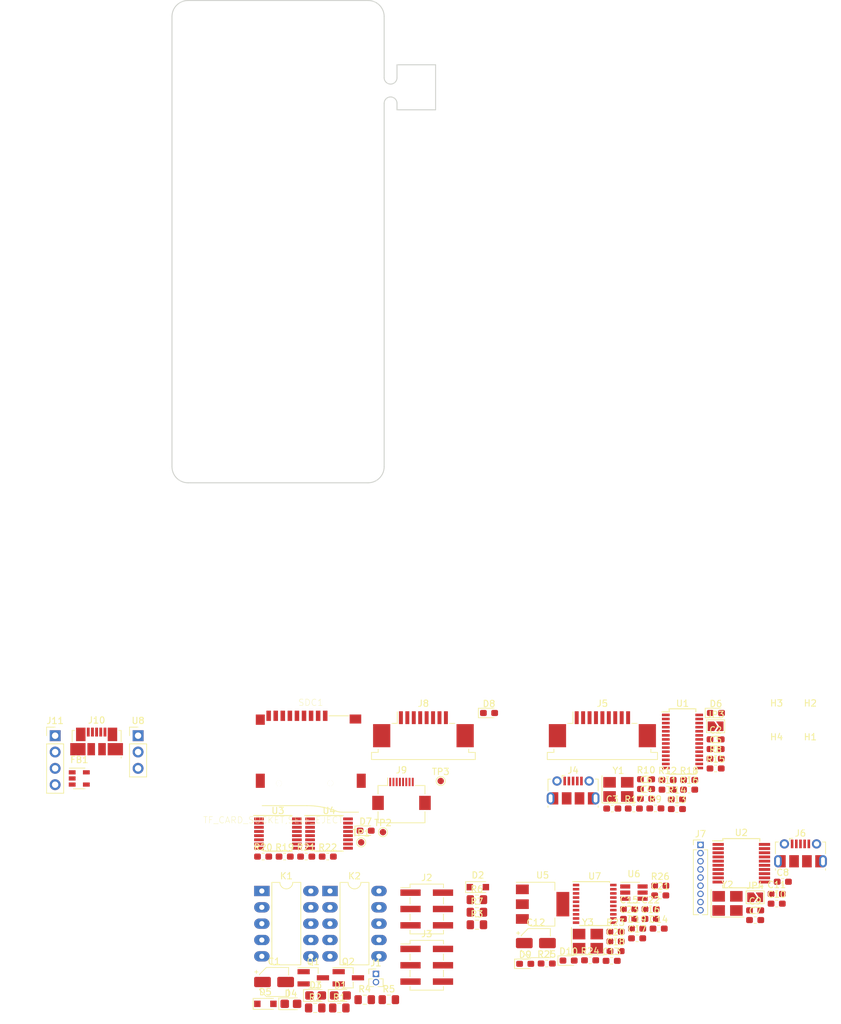
<source format=kicad_pcb>
(kicad_pcb (version 20171130) (host pcbnew 5.0.2-bee76a0~70~ubuntu18.04.1)
  (layers (0 F.Cu signal) (31 B.Cu signal) (34 B.Paste user) (35 F.Paste user) (36 B.SilkS user) (37 F.SilkS user) (38 B.Mask user) (39 F.Mask user) (44 Edge.Cuts user))
  (net 0 "")
  (net 1 /sdcard_switch/DAT2-Y)
  (net 2 /sdcard_switch/DAT3-Y)
  (net 3 /sdcard_switch/CMD-Y)
  (net 4 /sdcard_switch/VDD-Y)
  (net 5 /sdcard_switch/CLK-Y)
  (net 6 GND)
  (net 7 /sdcard_switch/DAT0-Y)
  (net 8 /sdcard_switch/DAT1-Y)
  (net 9 "Net-(SDC1-Pad9)")
  (net 10 /sdcard_switch/HOSTSELECT)
  (net 11 V_SDCARD_SWITCH)
  (net 12 "Net-(Q2-Pad1)")
  (net 13 "Net-(D4-Pad2)")
  (net 14 V_RELAY)
  (net 15 /STM32F042F6P6/PA6)
  (net 16 "Net-(D3-Pad2)")
  (net 17 "Net-(Q1-Pad1)")
  (net 18 "Net-(D1-Pad2)")
  (net 19 /STM32F042F6P6/PA7)
  (net 20 "Net-(D10-Pad2)")
  (net 21 VDD_STM32)
  (net 22 "Net-(D8-Pad2)")
  (net 23 +5V)
  (net 24 "Net-(D9-Pad2)")
  (net 25 "Net-(J10-Pad4)")
  (net 26 /STM32F042F6P6/RESET)
  (net 27 /sdcard_switch/PC_DAT1)
  (net 28 V_SDCARD_READER_3V3)
  (net 29 /sdcard_switch/PC_DAT0)
  (net 30 /sdcard_switch/PC_CLK)
  (net 31 "Net-(D7-Pad2)")
  (net 32 /sdcard_switch/PC_CMD)
  (net 33 /sdcard_switch/PC_DAT2)
  (net 34 "Net-(J4-Pad3)")
  (net 35 /sdcard_reader/USB_DP)
  (net 36 /sdcard_reader/USB_DM)
  (net 37 "Net-(J4-Pad2)")
  (net 38 "Net-(R10-Pad1)")
  (net 39 "Net-(C6-Pad1)")
  (net 40 "Net-(D6-Pad2)")
  (net 41 /sdcard_reader/ACTLED)
  (net 42 /sdcard_switch/OE)
  (net 43 /sdcard_switch/PC_DAT3)
  (net 44 /coil_relay/R2_COIL_N)
  (net 45 /coil_relay/R1_COIL_N)
  (net 46 "Net-(J10-Pad3)")
  (net 47 "Net-(J10-Pad2)")
  (net 48 /STM32F042F6P6/PA9)
  (net 49 /STM32F042F6P6/PA10)
  (net 50 "Net-(C14-Pad1)")
  (net 51 /sdcard_switch/DUT_CLK)
  (net 52 "Net-(U4-Pad7)")
  (net 53 /sdcard_switch/DUT_DAT0)
  (net 54 /sdcard_switch/DUT_DAT1)
  (net 55 /sdcard_switch/DUT_VDD)
  (net 56 /sdcard_switch/PC_VDD)
  (net 57 /sdcard_switch/DUT_CMD)
  (net 58 /sdcard_switch/DUT_DAT3)
  (net 59 /sdcard_switch/DUT_DAT2)
  (net 60 "Net-(U1-Pad1)")
  (net 61 /sdcard_reader/X1)
  (net 62 /sdcard_reader/X2)
  (net 63 V_SDCARD_READER)
  (net 64 /sdcard_reader/READER_DET)
  (net 65 "Net-(U1-Pad18)")
  (net 66 "Net-(U1-Pad19)")
  (net 67 "Net-(U1-Pad21)")
  (net 68 "Net-(U1-Pad23)")
  (net 69 "Net-(U1-Pad26)")
  (net 70 "Net-(U1-Pad27)")
  (net 71 "Net-(U2-Pad1)")
  (net 72 "Net-(U2-Pad2)")
  (net 73 /ch340T/CH340_TXD)
  (net 74 /ch340T/CH340_RXD)
  (net 75 "Net-(C11-Pad1)")
  (net 76 /ch340T/USB_DP)
  (net 77 /ch340T/USB_DM)
  (net 78 "Net-(C9-Pad2)")
  (net 79 "Net-(C10-Pad1)")
  (net 80 "Net-(J7-Pad4)")
  (net 81 "Net-(J7-Pad5)")
  (net 82 "Net-(J7-Pad6)")
  (net 83 "Net-(J7-Pad7)")
  (net 84 /ch340T/DTR)
  (net 85 /ch340T/RTS)
  (net 86 "Net-(U2-Pad17)")
  (net 87 "Net-(U2-Pad18)")
  (net 88 V_CH340)
  (net 89 "Net-(U2-Pad20)")
  (net 90 /STM32F042F6P6/BOOT0_SELECT)
  (net 91 /STM32F042F6P6/XIN)
  (net 92 /STM32F042F6P6/XOUT)
  (net 93 /STM32F042F6P6/VDDA)
  (net 94 /STM32F042F6P6/PA0)
  (net 95 /STM32F042F6P6/PA1)
  (net 96 /STM32F042F6P6/PA4)
  (net 97 /STM32F042F6P6/PB1)
  (net 98 /STM32F042F6P6/PA13)
  (net 99 /STM32F042F6P6/PA14)
  (net 100 /coil_relay/R2_CH1_NC)
  (net 101 /coil_relay/R2_CH2_NO)
  (net 102 /coil_relay/R2_CH1_COM)
  (net 103 /coil_relay/R2_CH2_COM)
  (net 104 /coil_relay/R2_CH1_NO)
  (net 105 /coil_relay/R2_CH2_NC)
  (net 106 /coil_relay/R1_CH2_NC)
  (net 107 /coil_relay/R1_CH1_NO)
  (net 108 /coil_relay/R1_CH2_COM)
  (net 109 /coil_relay/R1_CH1_COM)
  (net 110 /coil_relay/R1_CH2_NO)
  (net 111 /coil_relay/R1_CH1_NC)
  (net 112 "Net-(J6-Pad1)")
  (net 113 "Net-(J4-Pad1)")
  (net 114 "Net-(J6-Pad4)")
  (net 115 "Net-(J4-Pad4)")
  (module Connector_PinHeader_2.54mm:PinHeader_1x03_P2.54mm_Vertical (layer F.Cu) (at -5.274999 114.325001)
    (fp_text reference U8 (at 0 -2.33) (layer F.SilkS))
    (fp_text value swd-pinsocket)
    (pad 1 thru_hole rect (at 0 0) (size 1.7 1.7) (drill 1) (layers *.Cu *.Mask) (net 98 /STM32F042F6P6/PA13))
    (pad 2 thru_hole oval (at 0 2.54) (size 1.7 1.7) (drill 1) (layers *.Cu *.Mask) (net 6 GND))
    (pad 3 thru_hole oval (at 0 5.08) (size 1.7 1.7) (drill 1) (layers *.Cu *.Mask) (net 99 /STM32F042F6P6/PA14))
  )
  (module Connector_PinHeader_2.54mm:PinHeader_1x04_P2.54mm_Vertical (layer F.Cu) (at -18.174999 114.325001)
    (fp_text reference J11 (at 0 -2.33) (layer F.SilkS))
    (fp_text value Conn_02x02_Odd_Even)
    (pad 1 thru_hole rect (at 0 0) (size 1.7 1.7) (drill 1) (layers *.Cu *.Mask) (net 90 /STM32F042F6P6/BOOT0_SELECT))
    (pad 2 thru_hole oval (at 0 2.54) (size 1.7 1.7) (drill 1) (layers *.Cu *.Mask) (net 6 GND))
    (pad 3 thru_hole oval (at 0 5.08) (size 1.7 1.7) (drill 1) (layers *.Cu *.Mask) (net 90 /STM32F042F6P6/BOOT0_SELECT))
    (pad 4 thru_hole oval (at 0 7.62) (size 1.7 1.7) (drill 1) (layers *.Cu *.Mask) (net 21 VDD_STM32))
  )
  (module Connector_USB:USB_Micro-B_Molex_47346-0001 (layer F.Cu) (at -11.724999 115.225001)
    (fp_text reference J10 (at 0 -3.3 180) (layer F.SilkS))
    (fp_text value USB_B_Micro)
    (pad 1 smd rect (at -1.3 -1.46) (size 0.45 1.38) (layers F.Cu F.Paste F.Mask) (net 50 "Net-(C14-Pad1)"))
    (pad 2 smd rect (at -0.65 -1.46) (size 0.45 1.38) (layers F.Cu F.Paste F.Mask) (net 47 "Net-(J10-Pad2)"))
    (pad 3 smd rect (at 0 -1.46) (size 0.45 1.38) (layers F.Cu F.Paste F.Mask) (net 46 "Net-(J10-Pad3)"))
    (pad 4 smd rect (at 0.65 -1.46) (size 0.45 1.38) (layers F.Cu F.Paste F.Mask) (net 25 "Net-(J10-Pad4)"))
    (pad 5 smd rect (at 1.3 -1.46) (size 0.45 1.38) (layers F.Cu F.Paste F.Mask) (net 6 GND))
    (pad 6 smd rect (at -2.4625 -1.1) (size 1.475 2.1) (layers F.Cu F.Paste F.Mask) (net 6 GND))
    (pad 6 smd rect (at 2.4625 -1.1) (size 1.475 2.1) (layers F.Cu F.Paste F.Mask) (net 6 GND))
    (pad 6 smd rect (at -2.91 1.2) (size 2.375 1.9) (layers F.Cu F.Paste F.Mask) (net 6 GND))
    (pad 6 smd rect (at 2.91 1.2) (size 2.375 1.9) (layers F.Cu F.Paste F.Mask) (net 6 GND))
    (pad 6 smd rect (at -0.84 1.2) (size 1.175 1.9) (layers F.Cu F.Paste F.Mask) (net 6 GND))
    (pad 6 smd rect (at 0.84 1.2) (size 1.175 1.9) (layers F.Cu F.Paste F.Mask) (net 6 GND))
  )
  (module Package_TO_SOT_SMD:SOT-23-5 (layer F.Cu) (at -14.424999 120.975001)
    (fp_text reference FB1 (at 0 -2.9) (layer F.SilkS))
    (fp_text value UPZ1608E221-2R2TF)
    (pad 1 smd rect (at -1.1 -0.95) (size 1.06 0.65) (layers F.Cu F.Paste F.Mask) (net 23 +5V))
    (pad 2 smd rect (at -1.1 0) (size 1.06 0.65) (layers F.Cu F.Paste F.Mask) (net 50 "Net-(C14-Pad1)"))
    (pad 3 smd rect (at -1.1 0.95) (size 1.06 0.65) (layers F.Cu F.Paste F.Mask))
    (pad 4 smd rect (at 1.1 0.95) (size 1.06 0.65) (layers F.Cu F.Paste F.Mask))
    (pad 5 smd rect (at 1.1 -0.95) (size 1.06 0.65) (layers F.Cu F.Paste F.Mask))
  )
  (module Capacitor_SMD:CP_Elec_4x5.3 (layer F.Cu) (at 56.595001 146.575001)
    (fp_text reference C12 (at 0 -3.2) (layer F.SilkS))
    (fp_text value CP22uf,16V)
    (pad 2 smd roundrect (at 1.8 0) (size 2.6 1.6) (layers F.Cu F.Paste F.Mask) (roundrect_rratio 0.15625) (net 6 GND))
    (pad 1 smd roundrect (at -1.8 0) (size 2.6 1.6) (layers F.Cu F.Paste F.Mask) (roundrect_rratio 0.15625) (net 23 +5V))
  )
  (module Capacitor_SMD:CP_Elec_4x5.3 (layer F.Cu) (at 15.875001 152.625001)
    (fp_text reference C1 (at 0 -3.2) (layer F.SilkS))
    (fp_text value CP4.7uf,50V)
    (pad 1 smd roundrect (at -1.8 0) (size 2.6 1.6) (layers F.Cu F.Paste F.Mask) (roundrect_rratio 0.15625) (net 14 V_RELAY))
    (pad 2 smd roundrect (at 1.8 0) (size 2.6 1.6) (layers F.Cu F.Paste F.Mask) (roundrect_rratio 0.15625) (net 6 GND))
  )
  (module Capacitor_SMD:C_0603_1608Metric_Pad1.05x0.95mm_HandSolder (layer F.Cu) (at 84.555001 114.895001)
    (fp_text reference C2 (at 0 -1.43) (layer F.SilkS))
    (fp_text value C22pf,0603)
    (pad 1 smd roundrect (at -0.875 0) (size 1.05 0.95) (layers F.Cu F.Paste F.Mask) (net 61 /sdcard_reader/X1))
    (pad 2 smd roundrect (at 0.875 0) (size 1.05 0.95) (layers F.Cu F.Paste F.Mask) (net 6 GND))
  )
  (module Capacitor_SMD:C_0603_1608Metric_Pad1.05x0.95mm_HandSolder (layer F.Cu) (at 74.445001 142.815001)
    (fp_text reference C16 (at 0 -1.43) (layer F.SilkS))
    (fp_text value C475,0603)
    (pad 2 smd roundrect (at 0.875 0) (size 1.05 0.95) (layers F.Cu F.Paste F.Mask) (net 6 GND))
    (pad 1 smd roundrect (at -0.875 0) (size 1.05 0.95) (layers F.Cu F.Paste F.Mask) (net 23 +5V))
  )
  (module Capacitor_SMD:C_0603_1608Metric_Pad1.05x0.95mm_HandSolder (layer F.Cu) (at 73.735001 122.615001)
    (fp_text reference C6 (at 0 -1.43) (layer F.SilkS))
    (fp_text value C104,0603)
    (pad 1 smd roundrect (at -0.875 0) (size 1.05 0.95) (layers F.Cu F.Paste F.Mask) (net 39 "Net-(C6-Pad1)"))
    (pad 2 smd roundrect (at 0.875 0) (size 1.05 0.95) (layers F.Cu F.Paste F.Mask) (net 6 GND))
  )
  (module Capacitor_SMD:C_0603_1608Metric_Pad1.05x0.95mm_HandSolder (layer F.Cu) (at 90.705001 142.995001)
    (fp_text reference C7 (at 0 -1.43) (layer F.SilkS))
    (fp_text value C226,6.3v,0603)
    (pad 2 smd roundrect (at 0.875 0) (size 1.05 0.95) (layers F.Cu F.Paste F.Mask) (net 88 V_CH340))
    (pad 1 smd roundrect (at -0.875 0) (size 1.05 0.95) (layers F.Cu F.Paste F.Mask) (net 6 GND))
  )
  (module Capacitor_SMD:C_0603_1608Metric_Pad1.05x0.95mm_HandSolder (layer F.Cu) (at 90.705001 141.485001)
    (fp_text reference C9 (at 0 -1.43) (layer F.SilkS))
    (fp_text value C22pf,0603)
    (pad 1 smd roundrect (at -0.875 0) (size 1.05 0.95) (layers F.Cu F.Paste F.Mask) (net 6 GND))
    (pad 2 smd roundrect (at 0.875 0) (size 1.05 0.95) (layers F.Cu F.Paste F.Mask) (net 78 "Net-(C9-Pad2)"))
  )
  (module Capacitor_SMD:C_0603_1608Metric_Pad1.05x0.95mm_HandSolder (layer F.Cu) (at 94.055001 140.445001)
    (fp_text reference C10 (at 0 -1.43) (layer F.SilkS))
    (fp_text value C22pf,0603)
    (pad 2 smd roundrect (at 0.875 0) (size 1.05 0.95) (layers F.Cu F.Paste F.Mask) (net 6 GND))
    (pad 1 smd roundrect (at -0.875 0) (size 1.05 0.95) (layers F.Cu F.Paste F.Mask) (net 79 "Net-(C10-Pad1)"))
  )
  (module Capacitor_SMD:C_0603_1608Metric_Pad1.05x0.95mm_HandSolder (layer F.Cu) (at 94.055001 138.935001)
    (fp_text reference C11 (at 0 -1.43) (layer F.SilkS))
    (fp_text value C102,0603)
    (pad 1 smd roundrect (at -0.875 0) (size 1.05 0.95) (layers F.Cu F.Paste F.Mask) (net 75 "Net-(C11-Pad1)"))
    (pad 2 smd roundrect (at 0.875 0) (size 1.05 0.95) (layers F.Cu F.Paste F.Mask) (net 6 GND))
  )
  (module Capacitor_SMD:C_0603_1608Metric_Pad1.05x0.95mm_HandSolder (layer F.Cu) (at 84.555001 116.405001)
    (fp_text reference C5 (at 0 -1.43) (layer F.SilkS))
    (fp_text value C104,0603)
    (pad 2 smd roundrect (at 0.875 0) (size 1.05 0.95) (layers F.Cu F.Paste F.Mask) (net 6 GND))
    (pad 1 smd roundrect (at -0.875 0) (size 1.05 0.95) (layers F.Cu F.Paste F.Mask) (net 63 V_SDCARD_READER))
  )
  (module Capacitor_SMD:C_0603_1608Metric_Pad1.05x0.95mm_HandSolder (layer F.Cu) (at 68.385001 149.335001)
    (fp_text reference C13 (at 0 -1.43) (layer F.SilkS))
    (fp_text value C106,0603)
    (pad 1 smd roundrect (at -0.875 0) (size 1.05 0.95) (layers F.Cu F.Paste F.Mask) (net 21 VDD_STM32))
    (pad 2 smd roundrect (at 0.875 0) (size 1.05 0.95) (layers F.Cu F.Paste F.Mask) (net 6 GND))
  )
  (module Capacitor_SMD:C_0603_1608Metric_Pad1.05x0.95mm_HandSolder (layer F.Cu) (at 75.695001 144.325001)
    (fp_text reference C14 (at 0 -1.43) (layer F.SilkS))
    (fp_text value C103,0603)
    (pad 2 smd roundrect (at 0.875 0) (size 1.05 0.95) (layers F.Cu F.Paste F.Mask) (net 6 GND))
    (pad 1 smd roundrect (at -0.875 0) (size 1.05 0.95) (layers F.Cu F.Paste F.Mask) (net 50 "Net-(C14-Pad1)"))
  )
  (module Capacitor_SMD:C_0603_1608Metric_Pad1.05x0.95mm_HandSolder (layer F.Cu) (at 71.095001 141.305001)
    (fp_text reference C15 (at 0 -1.43) (layer F.SilkS))
    (fp_text value C104,0603)
    (pad 1 smd roundrect (at -0.875 0) (size 1.05 0.95) (layers F.Cu F.Paste F.Mask) (net 23 +5V))
    (pad 2 smd roundrect (at 0.875 0) (size 1.05 0.95) (layers F.Cu F.Paste F.Mask) (net 6 GND))
  )
  (module Capacitor_SMD:C_0603_1608Metric_Pad1.05x0.95mm_HandSolder (layer F.Cu) (at 72.345001 145.835001)
    (fp_text reference C17 (at 0 -1.43) (layer F.SilkS))
    (fp_text value C22pf,0603)
    (pad 2 smd roundrect (at 0.875 0) (size 1.05 0.95) (layers F.Cu F.Paste F.Mask) (net 6 GND))
    (pad 1 smd roundrect (at -0.875 0) (size 1.05 0.95) (layers F.Cu F.Paste F.Mask) (net 91 /STM32F042F6P6/XIN))
  )
  (module Capacitor_SMD:C_0603_1608Metric_Pad1.05x0.95mm_HandSolder (layer F.Cu) (at 68.995001 147.825001)
    (fp_text reference C18 (at 0 -1.43) (layer F.SilkS))
    (fp_text value C22pf,0603)
    (pad 1 smd roundrect (at -0.875 0) (size 1.05 0.95) (layers F.Cu F.Paste F.Mask) (net 92 /STM32F042F6P6/XOUT))
    (pad 2 smd roundrect (at 0.875 0) (size 1.05 0.95) (layers F.Cu F.Paste F.Mask) (net 6 GND))
  )
  (module Capacitor_SMD:C_0603_1608Metric_Pad1.05x0.95mm_HandSolder (layer F.Cu) (at 72.345001 144.325001)
    (fp_text reference C19 (at 0 -1.43) (layer F.SilkS))
    (fp_text value C104,0603)
    (pad 2 smd roundrect (at 0.875 0) (size 1.05 0.95) (layers F.Cu F.Paste F.Mask) (net 26 /STM32F042F6P6/RESET))
    (pad 1 smd roundrect (at -0.875 0) (size 1.05 0.95) (layers F.Cu F.Paste F.Mask) (net 6 GND))
  )
  (module Capacitor_SMD:C_0603_1608Metric_Pad1.05x0.95mm_HandSolder (layer F.Cu) (at 68.995001 146.315001)
    (fp_text reference C20 (at 0 -1.43) (layer F.SilkS))
    (fp_text value C103,0603)
    (pad 1 smd roundrect (at -0.875 0) (size 1.05 0.95) (layers F.Cu F.Paste F.Mask) (net 21 VDD_STM32))
    (pad 2 smd roundrect (at 0.875 0) (size 1.05 0.95) (layers F.Cu F.Paste F.Mask) (net 6 GND))
  )
  (module Capacitor_SMD:C_0603_1608Metric_Pad1.05x0.95mm_HandSolder (layer F.Cu) (at 75.945001 139.165001)
    (fp_text reference C21 (at 0 -1.43) (layer F.SilkS))
    (fp_text value C105,0603)
    (pad 2 smd roundrect (at 0.875 0) (size 1.05 0.95) (layers F.Cu F.Paste F.Mask) (net 6 GND))
    (pad 1 smd roundrect (at -0.875 0) (size 1.05 0.95) (layers F.Cu F.Paste F.Mask) (net 21 VDD_STM32))
  )
  (module Capacitor_SMD:C_0603_1608Metric_Pad1.05x0.95mm_HandSolder (layer F.Cu) (at 95.005001 137.035001)
    (fp_text reference C8 (at 0 -1.43) (layer F.SilkS))
    (fp_text value C104,0603)
    (pad 1 smd roundrect (at -0.875 0) (size 1.05 0.95) (layers F.Cu F.Paste F.Mask) (net 88 V_CH340))
    (pad 2 smd roundrect (at 0.875 0) (size 1.05 0.95) (layers F.Cu F.Paste F.Mask) (net 6 GND))
  )
  (module Capacitor_SMD:C_0603_1608Metric_Pad1.05x0.95mm_HandSolder (layer F.Cu) (at 74.445001 141.305001)
    (fp_text reference C22 (at 0 -1.43) (layer F.SilkS))
    (fp_text value C475,0603)
    (pad 2 smd roundrect (at 0.875 0) (size 1.05 0.95) (layers F.Cu F.Paste F.Mask) (net 21 VDD_STM32))
    (pad 1 smd roundrect (at -0.875 0) (size 1.05 0.95) (layers F.Cu F.Paste F.Mask) (net 6 GND))
  )
  (module Capacitor_SMD:C_0603_1608Metric_Pad1.05x0.95mm_HandSolder (layer F.Cu) (at 71.095001 142.815001)
    (fp_text reference C23 (at 0 -1.43) (layer F.SilkS))
    (fp_text value C104,0603)
    (pad 1 smd roundrect (at -0.875 0) (size 1.05 0.95) (layers F.Cu F.Paste F.Mask) (net 6 GND))
    (pad 2 smd roundrect (at 0.875 0) (size 1.05 0.95) (layers F.Cu F.Paste F.Mask) (net 21 VDD_STM32))
  )
  (module Capacitor_SMD:C_0603_1608Metric_Pad1.05x0.95mm_HandSolder (layer F.Cu) (at 73.735001 124.125001)
    (fp_text reference C4 (at 0 -1.43) (layer F.SilkS))
    (fp_text value C104,0603)
    (pad 2 smd roundrect (at 0.875 0) (size 1.05 0.95) (layers F.Cu F.Paste F.Mask) (net 6 GND))
    (pad 1 smd roundrect (at -0.875 0) (size 1.05 0.95) (layers F.Cu F.Paste F.Mask) (net 28 V_SDCARD_READER_3V3))
  )
  (module Capacitor_SMD:C_0603_1608Metric_Pad1.05x0.95mm_HandSolder (layer F.Cu) (at 68.485001 125.655001)
    (fp_text reference C3 (at 0 -1.43) (layer F.SilkS))
    (fp_text value C22pf,0603)
    (pad 1 smd roundrect (at -0.875 0) (size 1.05 0.95) (layers F.Cu F.Paste F.Mask) (net 62 /sdcard_reader/X2))
    (pad 2 smd roundrect (at 0.875 0) (size 1.05 0.95) (layers F.Cu F.Paste F.Mask) (net 6 GND))
  )
  (module Connector_FFC-FPC:Hirose_FH12-8S-0.5SH_1x08-1MP_P0.50mm_Horizontal (layer F.Cu) (at 35.695001 123.375001)
    (fp_text reference J9 (at 0 -3.7) (layer F.SilkS))
    (fp_text value TO_DUT)
    (pad MP smd rect (at 3.65 1.4) (size 1.8 2.2) (layers F.Cu F.Paste F.Mask))
    (pad MP smd rect (at -3.65 1.4) (size 1.8 2.2) (layers F.Cu F.Paste F.Mask))
    (pad 1 smd rect (at -1.75 -1.85) (size 0.3 1.3) (layers F.Cu F.Paste F.Mask) (net 54 /sdcard_switch/DUT_DAT1))
    (pad 2 smd rect (at -1.25 -1.85) (size 0.3 1.3) (layers F.Cu F.Paste F.Mask) (net 53 /sdcard_switch/DUT_DAT0))
    (pad 3 smd rect (at -0.75 -1.85) (size 0.3 1.3) (layers F.Cu F.Paste F.Mask) (net 6 GND))
    (pad 4 smd rect (at -0.25 -1.85) (size 0.3 1.3) (layers F.Cu F.Paste F.Mask) (net 51 /sdcard_switch/DUT_CLK))
    (pad 5 smd rect (at 0.25 -1.85) (size 0.3 1.3) (layers F.Cu F.Paste F.Mask) (net 55 /sdcard_switch/DUT_VDD))
    (pad 6 smd rect (at 0.75 -1.85) (size 0.3 1.3) (layers F.Cu F.Paste F.Mask) (net 57 /sdcard_switch/DUT_CMD))
    (pad 7 smd rect (at 1.25 -1.85) (size 0.3 1.3) (layers F.Cu F.Paste F.Mask) (net 58 /sdcard_switch/DUT_DAT3))
    (pad 8 smd rect (at 1.75 -1.85) (size 0.3 1.3) (layers F.Cu F.Paste F.Mask) (net 59 /sdcard_switch/DUT_DAT2))
  )
  (module Connector_FFC-FPC:TE_84952-8_1x08-1MP_P1.0mm_Horizontal (layer F.Cu) (at 39.105001 113.325001)
    (fp_text reference J8 (at 0 -4) (layer F.SilkS))
    (fp_text value TO_PC)
    (pad 1 smd rect (at -3.5 -1.8) (size 0.61 2) (layers F.Cu F.Paste F.Mask) (net 33 /sdcard_switch/PC_DAT2))
    (pad 2 smd rect (at -2.5 -1.8) (size 0.61 2) (layers F.Cu F.Paste F.Mask) (net 43 /sdcard_switch/PC_DAT3))
    (pad 3 smd rect (at -1.5 -1.8) (size 0.61 2) (layers F.Cu F.Paste F.Mask) (net 32 /sdcard_switch/PC_CMD))
    (pad 4 smd rect (at -0.5 -1.8) (size 0.61 2) (layers F.Cu F.Paste F.Mask) (net 56 /sdcard_switch/PC_VDD))
    (pad 5 smd rect (at 0.5 -1.8) (size 0.61 2) (layers F.Cu F.Paste F.Mask) (net 30 /sdcard_switch/PC_CLK))
    (pad 6 smd rect (at 1.5 -1.8) (size 0.61 2) (layers F.Cu F.Paste F.Mask) (net 6 GND))
    (pad 7 smd rect (at 2.5 -1.8) (size 0.61 2) (layers F.Cu F.Paste F.Mask) (net 29 /sdcard_switch/PC_DAT0))
    (pad 8 smd rect (at 3.5 -1.8) (size 0.61 2) (layers F.Cu F.Paste F.Mask) (net 27 /sdcard_switch/PC_DAT1))
    (pad MP smd rect (at -6.49 1) (size 2.68 3.6) (layers F.Cu F.Paste F.Mask))
    (pad MP smd rect (at 6.49 1) (size 2.68 3.6) (layers F.Cu F.Paste F.Mask))
  )
  (module Connector_FFC-FPC:TE_84953-9_1x09-1MP_P1.0mm_Horizontal (layer F.Cu) (at 66.945001 113.325001)
    (fp_text reference J5 (at 0 -4) (layer F.SilkS))
    (fp_text value Conn_01x09)
    (pad 1 smd rect (at -4 -1.8) (size 0.61 2) (layers F.Cu F.Paste F.Mask) (net 33 /sdcard_switch/PC_DAT2))
    (pad 2 smd rect (at -3 -1.8) (size 0.61 2) (layers F.Cu F.Paste F.Mask) (net 43 /sdcard_switch/PC_DAT3))
    (pad 3 smd rect (at -2 -1.8) (size 0.61 2) (layers F.Cu F.Paste F.Mask) (net 32 /sdcard_switch/PC_CMD))
    (pad 4 smd rect (at -1 -1.8) (size 0.61 2) (layers F.Cu F.Paste F.Mask) (net 56 /sdcard_switch/PC_VDD))
    (pad 5 smd rect (at 0 -1.8) (size 0.61 2) (layers F.Cu F.Paste F.Mask) (net 30 /sdcard_switch/PC_CLK))
    (pad 6 smd rect (at 1 -1.8) (size 0.61 2) (layers F.Cu F.Paste F.Mask) (net 6 GND))
    (pad 7 smd rect (at 2 -1.8) (size 0.61 2) (layers F.Cu F.Paste F.Mask) (net 29 /sdcard_switch/PC_DAT0))
    (pad 8 smd rect (at 3 -1.8) (size 0.61 2) (layers F.Cu F.Paste F.Mask) (net 27 /sdcard_switch/PC_DAT1))
    (pad 9 smd rect (at 4 -1.8) (size 0.61 2) (layers F.Cu F.Paste F.Mask) (net 64 /sdcard_reader/READER_DET))
    (pad MP smd rect (at -6.99 1) (size 2.68 3.6) (layers F.Cu F.Paste F.Mask))
    (pad MP smd rect (at 6.99 1) (size 2.68 3.6) (layers F.Cu F.Paste F.Mask))
  )
  (module Connector_PinHeader_1.27mm:PinHeader_1x02_P1.27mm_Vertical (layer F.Cu) (at 31.725001 151.375001)
    (fp_text reference J1 (at 0 -1.695) (layer F.SilkS))
    (fp_text value Conn_01x02)
    (pad 1 thru_hole rect (at 0 0) (size 1 1) (drill 0.65) (layers *.Cu *.Mask) (net 19 /STM32F042F6P6/PA7))
    (pad 2 thru_hole oval (at 0 1.27) (size 1 1) (drill 0.65) (layers *.Cu *.Mask) (net 15 /STM32F042F6P6/PA6))
  )
  (module Connector_PinHeader_1.27mm:PinHeader_1x09_P1.27mm_Vertical (layer F.Cu) (at 82.205001 131.305001)
    (fp_text reference J7 (at 0 -1.695) (layer F.SilkS))
    (fp_text value Conn_01x09)
    (pad 1 thru_hole rect (at 0 0) (size 1 1) (drill 0.65) (layers *.Cu *.Mask) (net 6 GND))
    (pad 2 thru_hole oval (at 0 1.27) (size 1 1) (drill 0.65) (layers *.Cu *.Mask) (net 74 /ch340T/CH340_RXD))
    (pad 3 thru_hole oval (at 0 2.54) (size 1 1) (drill 0.65) (layers *.Cu *.Mask) (net 73 /ch340T/CH340_TXD))
    (pad 4 thru_hole oval (at 0 3.81) (size 1 1) (drill 0.65) (layers *.Cu *.Mask) (net 80 "Net-(J7-Pad4)"))
    (pad 5 thru_hole oval (at 0 5.08) (size 1 1) (drill 0.65) (layers *.Cu *.Mask) (net 81 "Net-(J7-Pad5)"))
    (pad 6 thru_hole oval (at 0 6.35) (size 1 1) (drill 0.65) (layers *.Cu *.Mask) (net 82 "Net-(J7-Pad6)"))
    (pad 7 thru_hole oval (at 0 7.62) (size 1 1) (drill 0.65) (layers *.Cu *.Mask) (net 83 "Net-(J7-Pad7)"))
    (pad 8 thru_hole oval (at 0 8.89) (size 1 1) (drill 0.65) (layers *.Cu *.Mask) (net 84 /ch340T/DTR))
    (pad 9 thru_hole oval (at 0 10.16) (size 1 1) (drill 0.65) (layers *.Cu *.Mask) (net 85 /ch340T/RTS))
  )
  (module Connector_PinHeader_2.54mm:PinHeader_2x03_P2.54mm_Vertical_SMD (layer F.Cu) (at 39.625001 150.025001)
    (fp_text reference J3 (at 0 -4.87) (layer F.SilkS))
    (fp_text value Conn_02x03_Odd_Even)
    (pad 6 smd rect (at 2.525 2.54) (size 3.15 1) (layers F.Cu F.Paste F.Mask) (net 101 /coil_relay/R2_CH2_NO))
    (pad 5 smd rect (at -2.525 2.54) (size 3.15 1) (layers F.Cu F.Paste F.Mask) (net 104 /coil_relay/R2_CH1_NO))
    (pad 4 smd rect (at 2.525 0) (size 3.15 1) (layers F.Cu F.Paste F.Mask) (net 103 /coil_relay/R2_CH2_COM))
    (pad 3 smd rect (at -2.525 0) (size 3.15 1) (layers F.Cu F.Paste F.Mask) (net 102 /coil_relay/R2_CH1_COM))
    (pad 2 smd rect (at 2.525 -2.54) (size 3.15 1) (layers F.Cu F.Paste F.Mask) (net 105 /coil_relay/R2_CH2_NC))
    (pad 1 smd rect (at -2.525 -2.54) (size 3.15 1) (layers F.Cu F.Paste F.Mask) (net 100 /coil_relay/R2_CH1_NC))
  )
  (module Connector_PinHeader_2.54mm:PinHeader_2x03_P2.54mm_Vertical_SMD (layer F.Cu) (at 39.625001 141.275001)
    (fp_text reference J2 (at 0 -4.87) (layer F.SilkS))
    (fp_text value Conn_02x03_Odd_Even)
    (pad 1 smd rect (at -2.525 -2.54) (size 3.15 1) (layers F.Cu F.Paste F.Mask) (net 111 /coil_relay/R1_CH1_NC))
    (pad 2 smd rect (at 2.525 -2.54) (size 3.15 1) (layers F.Cu F.Paste F.Mask) (net 106 /coil_relay/R1_CH2_NC))
    (pad 3 smd rect (at -2.525 0) (size 3.15 1) (layers F.Cu F.Paste F.Mask) (net 109 /coil_relay/R1_CH1_COM))
    (pad 4 smd rect (at 2.525 0) (size 3.15 1) (layers F.Cu F.Paste F.Mask) (net 108 /coil_relay/R1_CH2_COM))
    (pad 5 smd rect (at -2.525 2.54) (size 3.15 1) (layers F.Cu F.Paste F.Mask) (net 107 /coil_relay/R1_CH1_NO))
    (pad 6 smd rect (at 2.525 2.54) (size 3.15 1) (layers F.Cu F.Paste F.Mask) (net 110 /coil_relay/R1_CH2_NO))
  )
  (module Connector_USB:USB_Micro-B_Molex-105017-0001 (layer F.Cu) (at 62.385001 122.835001)
    (fp_text reference J4 (at 0 -3.1125) (layer F.SilkS))
    (fp_text value USB_B_Micro)
    (pad 6 smd rect (at -2.9 1.2375) (size 1.2 1.9) (layers F.Cu F.Mask) (net 6 GND))
    (pad 6 smd rect (at 2.9 1.2375) (size 1.2 1.9) (layers F.Cu F.Mask) (net 6 GND))
    (pad 6 thru_hole oval (at 3.5 1.2375) (size 1.2 1.9) (drill oval 0.6 1.3) (layers *.Cu *.Mask) (net 6 GND))
    (pad 6 thru_hole oval (at -3.5 1.2375 180) (size 1.2 1.9) (drill oval 0.6 1.3) (layers *.Cu *.Mask) (net 6 GND))
    (pad 6 smd rect (at -1 1.2375) (size 1.5 1.9) (layers F.Cu F.Paste F.Mask) (net 6 GND))
    (pad 6 thru_hole circle (at 2.5 -1.4625) (size 1.45 1.45) (drill 0.85) (layers *.Cu *.Mask) (net 6 GND))
    (pad 3 smd rect (at 0 -1.4625) (size 0.4 1.35) (layers F.Cu F.Paste F.Mask) (net 34 "Net-(J4-Pad3)"))
    (pad 4 smd rect (at 0.65 -1.4625) (size 0.4 1.35) (layers F.Cu F.Paste F.Mask) (net 115 "Net-(J4-Pad4)"))
    (pad 5 smd rect (at 1.3 -1.4625) (size 0.4 1.35) (layers F.Cu F.Paste F.Mask) (net 6 GND))
    (pad 1 smd rect (at -1.3 -1.4625) (size 0.4 1.35) (layers F.Cu F.Paste F.Mask) (net 113 "Net-(J4-Pad1)"))
    (pad 2 smd rect (at -0.65 -1.4625) (size 0.4 1.35) (layers F.Cu F.Paste F.Mask) (net 37 "Net-(J4-Pad2)"))
    (pad 6 thru_hole circle (at -2.5 -1.4625) (size 1.45 1.45) (drill 0.85) (layers *.Cu *.Mask) (net 6 GND))
    (pad 6 smd rect (at 1 1.2375) (size 1.5 1.9) (layers F.Cu F.Paste F.Mask) (net 6 GND))
  )
  (module Connector_USB:USB_Micro-B_Molex-105017-0001 (layer F.Cu) (at 97.755001 132.615001)
    (fp_text reference J6 (at 0 -3.1125) (layer F.SilkS))
    (fp_text value USB_B_Mini)
    (pad 6 smd rect (at 1 1.2375) (size 1.5 1.9) (layers F.Cu F.Paste F.Mask) (net 6 GND))
    (pad 6 thru_hole circle (at -2.5 -1.4625) (size 1.45 1.45) (drill 0.85) (layers *.Cu *.Mask) (net 6 GND))
    (pad 2 smd rect (at -0.65 -1.4625) (size 0.4 1.35) (layers F.Cu F.Paste F.Mask) (net 77 /ch340T/USB_DM))
    (pad 1 smd rect (at -1.3 -1.4625) (size 0.4 1.35) (layers F.Cu F.Paste F.Mask) (net 112 "Net-(J6-Pad1)"))
    (pad 5 smd rect (at 1.3 -1.4625) (size 0.4 1.35) (layers F.Cu F.Paste F.Mask) (net 6 GND))
    (pad 4 smd rect (at 0.65 -1.4625) (size 0.4 1.35) (layers F.Cu F.Paste F.Mask) (net 114 "Net-(J6-Pad4)"))
    (pad 3 smd rect (at 0 -1.4625) (size 0.4 1.35) (layers F.Cu F.Paste F.Mask) (net 76 /ch340T/USB_DP))
    (pad 6 thru_hole circle (at 2.5 -1.4625) (size 1.45 1.45) (drill 0.85) (layers *.Cu *.Mask) (net 6 GND))
    (pad 6 smd rect (at -1 1.2375) (size 1.5 1.9) (layers F.Cu F.Paste F.Mask) (net 6 GND))
    (pad 6 thru_hole oval (at -3.5 1.2375 180) (size 1.2 1.9) (drill oval 0.6 1.3) (layers *.Cu *.Mask) (net 6 GND))
    (pad 6 thru_hole oval (at 3.5 1.2375) (size 1.2 1.9) (drill oval 0.6 1.3) (layers *.Cu *.Mask) (net 6 GND))
    (pad 6 smd rect (at 2.9 1.2375) (size 1.2 1.9) (layers F.Cu F.Mask) (net 6 GND))
    (pad 6 smd rect (at -2.9 1.2375) (size 1.2 1.9) (layers F.Cu F.Mask) (net 6 GND))
  )
  (module Diode_SMD:D_SOD-323_HandSoldering (layer F.Cu) (at 47.575001 137.875001)
    (fp_text reference D2 (at 0 -1.85) (layer F.SilkS))
    (fp_text value 1N4148)
    (pad 2 smd rect (at 1.25 0) (size 1 1) (layers F.Cu F.Paste F.Mask) (net 45 /coil_relay/R1_COIL_N))
    (pad 1 smd rect (at -1.25 0) (size 1 1) (layers F.Cu F.Paste F.Mask) (net 14 V_RELAY))
  )
  (module Diode_SMD:D_SOD-323_HandSoldering (layer F.Cu) (at 14.525001 156.025001)
    (fp_text reference D5 (at 0 -1.85) (layer F.SilkS))
    (fp_text value 1N4148)
    (pad 1 smd rect (at -1.25 0) (size 1 1) (layers F.Cu F.Paste F.Mask) (net 14 V_RELAY))
    (pad 2 smd rect (at 1.25 0) (size 1 1) (layers F.Cu F.Paste F.Mask) (net 44 /coil_relay/R2_COIL_N))
  )
  (module Jumper:SolderJumper-2_P1.3mm_Open_TrianglePad1.0x1.5mm (layer F.Cu) (at 84.555001 112.865001)
    (fp_text reference JP3 (at 0 -1.8) (layer F.SilkS))
    (fp_text value SolderJumper_2_Open)
    (pad 1 smd custom (at -0.725 0) (size 0.3 0.3) (layers F.Cu F.Mask) (net 113 "Net-(J4-Pad1)") (options (clearance outline) (anchor rect)) (primitives (gr_poly (pts (xy -0.5 -0.75) (xy 0.5 -0.75) (xy 1 0) (xy 0.5 0.75) (xy -0.5 0.75)) (width 0))))
    (pad 2 smd custom (at 0.725 0) (size 0.3 0.3) (layers F.Cu F.Mask) (net 63 V_SDCARD_READER) (options (clearance outline) (anchor rect)) (primitives (gr_poly (pts (xy -0.65 -0.75) (xy 0.5 -0.75) (xy 0.5 0.75) (xy -0.65 0.75) (xy -0.15 0)) (width 0))))
  )
  (module Jumper:SolderJumper-2_P1.3mm_Open_TrianglePad1.0x1.5mm (layer F.Cu) (at 90.705001 139.455001)
    (fp_text reference JP4 (at 0 -1.8) (layer F.SilkS))
    (fp_text value SolderJumper_2_Open)
    (pad 2 smd custom (at 0.725 0) (size 0.3 0.3) (layers F.Cu F.Mask) (net 88 V_CH340) (options (clearance outline) (anchor rect)) (primitives (gr_poly (pts (xy -0.65 -0.75) (xy 0.5 -0.75) (xy 0.5 0.75) (xy -0.65 0.75) (xy -0.15 0)) (width 0))))
    (pad 1 smd custom (at -0.725 0) (size 0.3 0.3) (layers F.Cu F.Mask) (net 112 "Net-(J6-Pad1)") (options (clearance outline) (anchor rect)) (primitives (gr_poly (pts (xy -0.5 -0.75) (xy 0.5 -0.75) (xy 1 0) (xy 0.5 0.75) (xy -0.5 0.75)) (width 0))))
  )
  (module LED_SMD:LED_0603_1608Metric_Pad1.05x0.95mm_HandSolder (layer F.Cu) (at 84.600001 110.795001)
    (fp_text reference D6 (at 0 -1.43) (layer F.SilkS))
    (fp_text value LED_GREEN,0603)
    (pad 1 smd roundrect (at -0.875 0) (size 1.05 0.95) (layers F.Cu F.Paste F.Mask) (net 6 GND))
    (pad 2 smd roundrect (at 0.875 0) (size 1.05 0.95) (layers F.Cu F.Paste F.Mask) (net 40 "Net-(D6-Pad2)"))
  )
  (module LED_SMD:LED_0603_1608Metric_Pad1.05x0.95mm_HandSolder (layer F.Cu) (at 61.690001 149.295001)
    (fp_text reference D10 (at 0 -1.43) (layer F.SilkS))
    (fp_text value LED_GREEN,0603)
    (pad 2 smd roundrect (at 0.875 0) (size 1.05 0.95) (layers F.Cu F.Paste F.Mask) (net 20 "Net-(D10-Pad2)"))
    (pad 1 smd roundrect (at -0.875 0) (size 1.05 0.95) (layers F.Cu F.Paste F.Mask) (net 6 GND))
  )
  (module LED_SMD:LED_0603_1608Metric_Pad1.05x0.95mm_HandSolder (layer F.Cu) (at 54.940001 149.795001)
    (fp_text reference D9 (at 0 -1.43) (layer F.SilkS))
    (fp_text value LED_GREEN,0603)
    (pad 1 smd roundrect (at -0.875 0) (size 1.05 0.95) (layers F.Cu F.Paste F.Mask) (net 6 GND))
    (pad 2 smd roundrect (at 0.875 0) (size 1.05 0.95) (layers F.Cu F.Paste F.Mask) (net 24 "Net-(D9-Pad2)"))
  )
  (module LED_SMD:LED_0603_1608Metric_Pad1.05x0.95mm_HandSolder (layer F.Cu) (at 49.310001 110.795001)
    (fp_text reference D8 (at 0 -1.43) (layer F.SilkS))
    (fp_text value LED_GREEN,0603)
    (pad 2 smd roundrect (at 0.875 0) (size 1.05 0.95) (layers F.Cu F.Paste F.Mask) (net 22 "Net-(D8-Pad2)"))
    (pad 1 smd roundrect (at -0.875 0) (size 1.05 0.95) (layers F.Cu F.Paste F.Mask) (net 6 GND))
  )
  (module LED_SMD:LED_0603_1608Metric_Pad1.05x0.95mm_HandSolder (layer F.Cu) (at 30.120001 129.095001)
    (fp_text reference D7 (at 0 -1.43) (layer F.SilkS))
    (fp_text value LED_ORANGE,0603)
    (pad 1 smd roundrect (at -0.875 0) (size 1.05 0.95) (layers F.Cu F.Paste F.Mask) (net 6 GND))
    (pad 2 smd roundrect (at 0.875 0) (size 1.05 0.95) (layers F.Cu F.Paste F.Mask) (net 31 "Net-(D7-Pad2)"))
  )
  (module LED_SMD:LED_0805_2012Metric_Castellated (layer F.Cu) (at 22.345001 154.720001)
    (fp_text reference D3 (at 0 -1.6) (layer F.SilkS))
    (fp_text value 3V3_STATUS)
    (pad 1 smd roundrect (at -0.9625 0) (size 1.325 1.3) (layers F.Cu F.Paste F.Mask) (roundrect_rratio 0.192308) (net 6 GND))
    (pad 2 smd roundrect (at 0.9625 0) (size 1.325 1.3) (layers F.Cu F.Paste F.Mask) (roundrect_rratio 0.192308) (net 16 "Net-(D3-Pad2)"))
  )
  (module LED_SMD:LED_0805_2012Metric_Castellated (layer F.Cu) (at 18.495001 156.020001)
    (fp_text reference D4 (at 0 -1.6) (layer F.SilkS))
    (fp_text value RELAY_STATUS)
    (pad 2 smd roundrect (at 0.9625 0) (size 1.325 1.3) (layers F.Cu F.Paste F.Mask) (roundrect_rratio 0.192308) (net 13 "Net-(D4-Pad2)"))
    (pad 1 smd roundrect (at -0.9625 0) (size 1.325 1.3) (layers F.Cu F.Paste F.Mask) (roundrect_rratio 0.192308) (net 44 /coil_relay/R2_COIL_N))
  )
  (module LED_SMD:LED_0805_2012Metric_Castellated (layer F.Cu) (at 26.195001 154.720001)
    (fp_text reference D1 (at 0 -1.6) (layer F.SilkS))
    (fp_text value RELAY_STATUS)
    (pad 1 smd roundrect (at -0.9625 0) (size 1.325 1.3) (layers F.Cu F.Paste F.Mask) (roundrect_rratio 0.192308) (net 45 /coil_relay/R1_COIL_N))
    (pad 2 smd roundrect (at 0.9625 0) (size 1.325 1.3) (layers F.Cu F.Paste F.Mask) (roundrect_rratio 0.192308) (net 18 "Net-(D1-Pad2)"))
  )
  (module MountingHole:MountingHole_2.7mm_M2.5_DIN965 (layer F.Cu) (at 94.035001 112.625001)
    (fp_text reference H3 (at 0 -3.35) (layer F.SilkS))
    (fp_text value MOUNT_M2.5)
    (pad 1 np_thru_hole circle (at 0 0) (size 2.7 2.7) (drill 2.7) (layers *.Cu *.Mask))
  )
  (module MountingHole:MountingHole_2.7mm_M2.5_DIN965 (layer F.Cu) (at 94.035001 117.875001)
    (fp_text reference H4 (at 0 -3.35) (layer F.SilkS))
    (fp_text value MOUNT_M2.5)
    (pad 1 np_thru_hole circle (at 0 0) (size 2.7 2.7) (drill 2.7) (layers *.Cu *.Mask))
  )
  (module MountingHole:MountingHole_2.7mm_M2.5_DIN965 (layer F.Cu) (at 99.285001 112.625001)
    (fp_text reference H2 (at 0 -3.35) (layer F.SilkS))
    (fp_text value MOUNT_M2.5)
    (pad 1 np_thru_hole circle (at 0 0) (size 2.7 2.7) (drill 2.7) (layers *.Cu *.Mask))
  )
  (module MountingHole:MountingHole_2.7mm_M2.5_DIN965 (layer F.Cu) (at 99.285001 117.875001)
    (fp_text reference H1 (at 0 -3.35) (layer F.SilkS))
    (fp_text value MOUNT_M2.5)
    (pad 1 np_thru_hole circle (at 0 0) (size 2.7 2.7) (drill 2.7) (layers *.Cu *.Mask))
  )
  (module Oscillator:Oscillator_SMD_Abracon_ASE-4Pin_3.2x2.5mm_HandSoldering (layer F.Cu) (at 69.435001 122.675001)
    (fp_text reference Y1 (at 0 -2.925) (layer F.SilkS))
    (fp_text value O_12M,3225)
    (pad 1 smd rect (at -1.375 1.1) (size 1.95 1.65) (layers F.Cu F.Paste F.Mask) (net 61 /sdcard_reader/X1))
    (pad 2 smd rect (at 1.375 1.1) (size 1.95 1.65) (layers F.Cu F.Paste F.Mask) (net 6 GND))
    (pad 3 smd rect (at 1.375 -1.1) (size 1.95 1.65) (layers F.Cu F.Paste F.Mask) (net 62 /sdcard_reader/X2))
    (pad 4 smd rect (at -1.375 -1.1) (size 1.95 1.65) (layers F.Cu F.Paste F.Mask))
  )
  (module Oscillator:Oscillator_SMD_Abracon_ASE-4Pin_3.2x2.5mm_HandSoldering (layer F.Cu) (at 86.405001 140.405001)
    (fp_text reference Y2 (at 0 -2.925) (layer F.SilkS))
    (fp_text value O_12M,3225)
    (pad 4 smd rect (at -1.375 -1.1) (size 1.95 1.65) (layers F.Cu F.Paste F.Mask))
    (pad 3 smd rect (at 1.375 -1.1) (size 1.95 1.65) (layers F.Cu F.Paste F.Mask) (net 79 "Net-(C10-Pad1)"))
    (pad 2 smd rect (at 1.375 1.1) (size 1.95 1.65) (layers F.Cu F.Paste F.Mask) (net 6 GND))
    (pad 1 smd rect (at -1.375 1.1) (size 1.95 1.65) (layers F.Cu F.Paste F.Mask) (net 78 "Net-(C9-Pad2)"))
  )
  (module Oscillator:Oscillator_SMD_Abracon_ASE-4Pin_3.2x2.5mm_HandSoldering (layer F.Cu) (at 64.695001 146.275001)
    (fp_text reference Y3 (at 0 -2.925) (layer F.SilkS))
    (fp_text value O_8M,3225)
    (pad 1 smd rect (at -1.375 1.1) (size 1.95 1.65) (layers F.Cu F.Paste F.Mask) (net 91 /STM32F042F6P6/XIN))
    (pad 2 smd rect (at 1.375 1.1) (size 1.95 1.65) (layers F.Cu F.Paste F.Mask) (net 6 GND))
    (pad 3 smd rect (at 1.375 -1.1) (size 1.95 1.65) (layers F.Cu F.Paste F.Mask) (net 92 /STM32F042F6P6/XOUT))
    (pad 4 smd rect (at -1.375 -1.1) (size 1.95 1.65) (layers F.Cu F.Paste F.Mask))
  )
  (module Package_DIP:DIP-10_W7.62mm_LongPads (layer F.Cu) (at 13.975001 138.475001)
    (fp_text reference K1 (at 3.81 -2.33) (layer F.SilkS))
    (fp_text value A5W-K)
    (pad 10 thru_hole oval (at 7.62 0) (size 2.4 1.6) (drill 0.8) (layers *.Cu *.Mask) (net 45 /coil_relay/R1_COIL_N))
    (pad 5 thru_hole oval (at 0 10.16) (size 2.4 1.6) (drill 0.8) (layers *.Cu *.Mask))
    (pad 9 thru_hole oval (at 7.62 2.54) (size 2.4 1.6) (drill 0.8) (layers *.Cu *.Mask) (net 106 /coil_relay/R1_CH2_NC))
    (pad 4 thru_hole oval (at 0 7.62) (size 2.4 1.6) (drill 0.8) (layers *.Cu *.Mask) (net 107 /coil_relay/R1_CH1_NO))
    (pad 8 thru_hole oval (at 7.62 5.08) (size 2.4 1.6) (drill 0.8) (layers *.Cu *.Mask) (net 108 /coil_relay/R1_CH2_COM))
    (pad 3 thru_hole oval (at 0 5.08) (size 2.4 1.6) (drill 0.8) (layers *.Cu *.Mask) (net 109 /coil_relay/R1_CH1_COM))
    (pad 7 thru_hole oval (at 7.62 7.62) (size 2.4 1.6) (drill 0.8) (layers *.Cu *.Mask) (net 110 /coil_relay/R1_CH2_NO))
    (pad 2 thru_hole oval (at 0 2.54) (size 2.4 1.6) (drill 0.8) (layers *.Cu *.Mask) (net 111 /coil_relay/R1_CH1_NC))
    (pad 6 thru_hole oval (at 7.62 10.16) (size 2.4 1.6) (drill 0.8) (layers *.Cu *.Mask))
    (pad 1 thru_hole rect (at 0 0) (size 2.4 1.6) (drill 0.8) (layers *.Cu *.Mask) (net 14 V_RELAY))
  )
  (module Package_DIP:DIP-10_W7.62mm_LongPads (layer F.Cu) (at 24.575001 138.475001)
    (fp_text reference K2 (at 3.81 -2.33) (layer F.SilkS))
    (fp_text value A5W-K)
    (pad 1 thru_hole rect (at 0 0) (size 2.4 1.6) (drill 0.8) (layers *.Cu *.Mask) (net 14 V_RELAY))
    (pad 6 thru_hole oval (at 7.62 10.16) (size 2.4 1.6) (drill 0.8) (layers *.Cu *.Mask))
    (pad 2 thru_hole oval (at 0 2.54) (size 2.4 1.6) (drill 0.8) (layers *.Cu *.Mask) (net 100 /coil_relay/R2_CH1_NC))
    (pad 7 thru_hole oval (at 7.62 7.62) (size 2.4 1.6) (drill 0.8) (layers *.Cu *.Mask) (net 101 /coil_relay/R2_CH2_NO))
    (pad 3 thru_hole oval (at 0 5.08) (size 2.4 1.6) (drill 0.8) (layers *.Cu *.Mask) (net 102 /coil_relay/R2_CH1_COM))
    (pad 8 thru_hole oval (at 7.62 5.08) (size 2.4 1.6) (drill 0.8) (layers *.Cu *.Mask) (net 103 /coil_relay/R2_CH2_COM))
    (pad 4 thru_hole oval (at 0 7.62) (size 2.4 1.6) (drill 0.8) (layers *.Cu *.Mask) (net 104 /coil_relay/R2_CH1_NO))
    (pad 9 thru_hole oval (at 7.62 2.54) (size 2.4 1.6) (drill 0.8) (layers *.Cu *.Mask) (net 105 /coil_relay/R2_CH2_NC))
    (pad 5 thru_hole oval (at 0 10.16) (size 2.4 1.6) (drill 0.8) (layers *.Cu *.Mask))
    (pad 10 thru_hole oval (at 7.62 0) (size 2.4 1.6) (drill 0.8) (layers *.Cu *.Mask) (net 44 /coil_relay/R2_COIL_N))
  )
  (module Package_SO:SSOP-20_4.4x6.5mm_P0.65mm (layer F.Cu) (at 65.745001 140.475001)
    (fp_text reference U7 (at 0 -4.3) (layer F.SilkS))
    (fp_text value STM32F042F6P6)
    (pad 1 smd rect (at -2.9 -2.925) (size 1 0.4) (layers F.Cu F.Paste F.Mask) (net 90 /STM32F042F6P6/BOOT0_SELECT))
    (pad 2 smd rect (at -2.9 -2.275) (size 1 0.4) (layers F.Cu F.Paste F.Mask) (net 91 /STM32F042F6P6/XIN))
    (pad 3 smd rect (at -2.9 -1.625) (size 1 0.4) (layers F.Cu F.Paste F.Mask) (net 92 /STM32F042F6P6/XOUT))
    (pad 4 smd rect (at -2.9 -0.975) (size 1 0.4) (layers F.Cu F.Paste F.Mask) (net 26 /STM32F042F6P6/RESET))
    (pad 5 smd rect (at -2.9 -0.325) (size 1 0.4) (layers F.Cu F.Paste F.Mask) (net 93 /STM32F042F6P6/VDDA))
    (pad 6 smd rect (at -2.9 0.325) (size 1 0.4) (layers F.Cu F.Paste F.Mask) (net 94 /STM32F042F6P6/PA0))
    (pad 7 smd rect (at -2.9 0.975) (size 1 0.4) (layers F.Cu F.Paste F.Mask) (net 95 /STM32F042F6P6/PA1))
    (pad 8 smd rect (at -2.9 1.625) (size 1 0.4) (layers F.Cu F.Paste F.Mask) (net 74 /ch340T/CH340_RXD))
    (pad 9 smd rect (at -2.9 2.275) (size 1 0.4) (layers F.Cu F.Paste F.Mask) (net 73 /ch340T/CH340_TXD))
    (pad 10 smd rect (at -2.9 2.925) (size 1 0.4) (layers F.Cu F.Paste F.Mask) (net 96 /STM32F042F6P6/PA4))
    (pad 11 smd rect (at 2.9 2.925) (size 1 0.4) (layers F.Cu F.Paste F.Mask) (net 10 /sdcard_switch/HOSTSELECT))
    (pad 12 smd rect (at 2.9 2.275) (size 1 0.4) (layers F.Cu F.Paste F.Mask) (net 15 /STM32F042F6P6/PA6))
    (pad 13 smd rect (at 2.9 1.625) (size 1 0.4) (layers F.Cu F.Paste F.Mask) (net 19 /STM32F042F6P6/PA7))
    (pad 14 smd rect (at 2.9 0.975) (size 1 0.4) (layers F.Cu F.Paste F.Mask) (net 97 /STM32F042F6P6/PB1))
    (pad 15 smd rect (at 2.9 0.325) (size 1 0.4) (layers F.Cu F.Paste F.Mask) (net 6 GND))
    (pad 16 smd rect (at 2.9 -0.325) (size 1 0.4) (layers F.Cu F.Paste F.Mask) (net 21 VDD_STM32))
    (pad 17 smd rect (at 2.9 -0.975) (size 1 0.4) (layers F.Cu F.Paste F.Mask) (net 48 /STM32F042F6P6/PA9))
    (pad 18 smd rect (at 2.9 -1.625) (size 1 0.4) (layers F.Cu F.Paste F.Mask) (net 49 /STM32F042F6P6/PA10))
    (pad 19 smd rect (at 2.9 -2.275) (size 1 0.4) (layers F.Cu F.Paste F.Mask) (net 98 /STM32F042F6P6/PA13))
    (pad 20 smd rect (at 2.9 -2.925) (size 1 0.4) (layers F.Cu F.Paste F.Mask) (net 99 /STM32F042F6P6/PA14))
  )
  (module Package_SO:SSOP-20_5.3x7.2mm_P0.65mm (layer F.Cu) (at 88.555001 134.155001)
    (fp_text reference U2 (at 0 -4.75) (layer F.SilkS))
    (fp_text value "CH340T(SSOP20W)")
    (pad 1 smd rect (at -3.6 -2.925) (size 1.75 0.45) (layers F.Cu F.Paste F.Mask) (net 71 "Net-(U2-Pad1)"))
    (pad 2 smd rect (at -3.6 -2.275) (size 1.75 0.45) (layers F.Cu F.Paste F.Mask) (net 72 "Net-(U2-Pad2)"))
    (pad 3 smd rect (at -3.6 -1.625) (size 1.75 0.45) (layers F.Cu F.Paste F.Mask) (net 73 /ch340T/CH340_TXD))
    (pad 4 smd rect (at -3.6 -0.975) (size 1.75 0.45) (layers F.Cu F.Paste F.Mask) (net 74 /ch340T/CH340_RXD))
    (pad 5 smd rect (at -3.6 -0.325) (size 1.75 0.45) (layers F.Cu F.Paste F.Mask) (net 75 "Net-(C11-Pad1)"))
    (pad 6 smd rect (at -3.6 0.325) (size 1.75 0.45) (layers F.Cu F.Paste F.Mask) (net 76 /ch340T/USB_DP))
    (pad 7 smd rect (at -3.6 0.975) (size 1.75 0.45) (layers F.Cu F.Paste F.Mask) (net 77 /ch340T/USB_DM))
    (pad 8 smd rect (at -3.6 1.625) (size 1.75 0.45) (layers F.Cu F.Paste F.Mask) (net 6 GND))
    (pad 9 smd rect (at -3.6 2.275) (size 1.75 0.45) (layers F.Cu F.Paste F.Mask) (net 78 "Net-(C9-Pad2)"))
    (pad 10 smd rect (at -3.6 2.925) (size 1.75 0.45) (layers F.Cu F.Paste F.Mask) (net 79 "Net-(C10-Pad1)"))
    (pad 11 smd rect (at 3.6 2.925) (size 1.75 0.45) (layers F.Cu F.Paste F.Mask) (net 80 "Net-(J7-Pad4)"))
    (pad 12 smd rect (at 3.6 2.275) (size 1.75 0.45) (layers F.Cu F.Paste F.Mask) (net 81 "Net-(J7-Pad5)"))
    (pad 13 smd rect (at 3.6 1.625) (size 1.75 0.45) (layers F.Cu F.Paste F.Mask) (net 82 "Net-(J7-Pad6)"))
    (pad 14 smd rect (at 3.6 0.975) (size 1.75 0.45) (layers F.Cu F.Paste F.Mask) (net 83 "Net-(J7-Pad7)"))
    (pad 15 smd rect (at 3.6 0.325) (size 1.75 0.45) (layers F.Cu F.Paste F.Mask) (net 84 /ch340T/DTR))
    (pad 16 smd rect (at 3.6 -0.325) (size 1.75 0.45) (layers F.Cu F.Paste F.Mask) (net 85 /ch340T/RTS))
    (pad 17 smd rect (at 3.6 -0.975) (size 1.75 0.45) (layers F.Cu F.Paste F.Mask) (net 86 "Net-(U2-Pad17)"))
    (pad 18 smd rect (at 3.6 -1.625) (size 1.75 0.45) (layers F.Cu F.Paste F.Mask) (net 87 "Net-(U2-Pad18)"))
    (pad 19 smd rect (at 3.6 -2.275) (size 1.75 0.45) (layers F.Cu F.Paste F.Mask) (net 88 V_CH340))
    (pad 20 smd rect (at 3.6 -2.925) (size 1.75 0.45) (layers F.Cu F.Paste F.Mask) (net 89 "Net-(U2-Pad20)"))
  )
  (module Package_SO:SSOP-28_3.9x9.9mm_P0.635mm (layer F.Cu) (at 79.405001 115.225001)
    (fp_text reference U1 (at 0 -5.9) (layer F.SilkS))
    (fp_text value GL827L)
    (pad 1 smd rect (at -2.6 -4.1275) (size 1.2 0.4) (layers F.Cu F.Paste F.Mask) (net 60 "Net-(U1-Pad1)"))
    (pad 2 smd rect (at -2.6 -3.4925) (size 1.2 0.4) (layers F.Cu F.Paste F.Mask) (net 56 /sdcard_switch/PC_VDD))
    (pad 3 smd rect (at -2.6 -2.8575) (size 1.2 0.4) (layers F.Cu F.Paste F.Mask) (net 28 V_SDCARD_READER_3V3))
    (pad 4 smd rect (at -2.6 -2.2225) (size 1.2 0.4) (layers F.Cu F.Paste F.Mask) (net 61 /sdcard_reader/X1))
    (pad 5 smd rect (at -2.6 -1.5875) (size 1.2 0.4) (layers F.Cu F.Paste F.Mask) (net 62 /sdcard_reader/X2))
    (pad 6 smd rect (at -2.6 -0.9525) (size 1.2 0.4) (layers F.Cu F.Paste F.Mask) (net 6 GND))
    (pad 7 smd rect (at -2.6 -0.3175) (size 1.2 0.4) (layers F.Cu F.Paste F.Mask) (net 28 V_SDCARD_READER_3V3))
    (pad 8 smd rect (at -2.6 0.3175) (size 1.2 0.4) (layers F.Cu F.Paste F.Mask) (net 35 /sdcard_reader/USB_DP))
    (pad 9 smd rect (at -2.6 0.9525) (size 1.2 0.4) (layers F.Cu F.Paste F.Mask) (net 36 /sdcard_reader/USB_DM))
    (pad 10 smd rect (at -2.6 1.5875) (size 1.2 0.4) (layers F.Cu F.Paste F.Mask) (net 38 "Net-(R10-Pad1)"))
    (pad 11 smd rect (at -2.6 2.2225) (size 1.2 0.4) (layers F.Cu F.Paste F.Mask) (net 28 V_SDCARD_READER_3V3))
    (pad 12 smd rect (at -2.6 2.8575) (size 1.2 0.4) (layers F.Cu F.Paste F.Mask) (net 63 V_SDCARD_READER))
    (pad 13 smd rect (at -2.6 3.4925) (size 1.2 0.4) (layers F.Cu F.Paste F.Mask) (net 39 "Net-(C6-Pad1)"))
    (pad 14 smd rect (at -2.6 4.1275) (size 1.2 0.4) (layers F.Cu F.Paste F.Mask) (net 6 GND))
    (pad 15 smd rect (at 2.6 4.1275) (size 1.2 0.4) (layers F.Cu F.Paste F.Mask) (net 64 /sdcard_reader/READER_DET))
    (pad 16 smd rect (at 2.6 3.4925) (size 1.2 0.4) (layers F.Cu F.Paste F.Mask) (net 27 /sdcard_switch/PC_DAT1))
    (pad 17 smd rect (at 2.6 2.8575) (size 1.2 0.4) (layers F.Cu F.Paste F.Mask) (net 29 /sdcard_switch/PC_DAT0))
    (pad 18 smd rect (at 2.6 2.2225) (size 1.2 0.4) (layers F.Cu F.Paste F.Mask) (net 65 "Net-(U1-Pad18)"))
    (pad 19 smd rect (at 2.6 1.5875) (size 1.2 0.4) (layers F.Cu F.Paste F.Mask) (net 66 "Net-(U1-Pad19)"))
    (pad 20 smd rect (at 2.6 0.9525) (size 1.2 0.4) (layers F.Cu F.Paste F.Mask) (net 30 /sdcard_switch/PC_CLK))
    (pad 21 smd rect (at 2.6 0.3175) (size 1.2 0.4) (layers F.Cu F.Paste F.Mask) (net 67 "Net-(U1-Pad21)"))
    (pad 22 smd rect (at 2.6 -0.3175) (size 1.2 0.4) (layers F.Cu F.Paste F.Mask) (net 32 /sdcard_switch/PC_CMD))
    (pad 23 smd rect (at 2.6 -0.9525) (size 1.2 0.4) (layers F.Cu F.Paste F.Mask) (net 68 "Net-(U1-Pad23)"))
    (pad 24 smd rect (at 2.6 -1.5875) (size 1.2 0.4) (layers F.Cu F.Paste F.Mask) (net 43 /sdcard_switch/PC_DAT3))
    (pad 25 smd rect (at 2.6 -2.2225) (size 1.2 0.4) (layers F.Cu F.Paste F.Mask) (net 33 /sdcard_switch/PC_DAT2))
    (pad 26 smd rect (at 2.6 -2.8575) (size 1.2 0.4) (layers F.Cu F.Paste F.Mask) (net 69 "Net-(U1-Pad26)"))
    (pad 27 smd rect (at 2.6 -3.4925) (size 1.2 0.4) (layers F.Cu F.Paste F.Mask) (net 70 "Net-(U1-Pad27)"))
    (pad 28 smd rect (at 2.6 -4.1275) (size 1.2 0.4) (layers F.Cu F.Paste F.Mask) (net 41 /sdcard_reader/ACTLED))
  )
  (module Package_SO:TSSOP-16_4.4x5mm_P0.65mm (layer F.Cu) (at 16.475001 129.545001)
    (fp_text reference U3 (at 0 -3.55) (layer F.SilkS))
    (fp_text value SN74CBT3257D)
    (pad 16 smd rect (at 2.95 -2.275) (size 1.5 0.45) (layers F.Cu F.Paste F.Mask) (net 11 V_SDCARD_SWITCH))
    (pad 15 smd rect (at 2.95 -1.625) (size 1.5 0.45) (layers F.Cu F.Paste F.Mask) (net 42 /sdcard_switch/OE))
    (pad 14 smd rect (at 2.95 -0.975) (size 1.5 0.45) (layers F.Cu F.Paste F.Mask) (net 55 /sdcard_switch/DUT_VDD))
    (pad 13 smd rect (at 2.95 -0.325) (size 1.5 0.45) (layers F.Cu F.Paste F.Mask) (net 56 /sdcard_switch/PC_VDD))
    (pad 12 smd rect (at 2.95 0.325) (size 1.5 0.45) (layers F.Cu F.Paste F.Mask) (net 4 /sdcard_switch/VDD-Y))
    (pad 11 smd rect (at 2.95 0.975) (size 1.5 0.45) (layers F.Cu F.Paste F.Mask) (net 57 /sdcard_switch/DUT_CMD))
    (pad 10 smd rect (at 2.95 1.625) (size 1.5 0.45) (layers F.Cu F.Paste F.Mask) (net 32 /sdcard_switch/PC_CMD))
    (pad 9 smd rect (at 2.95 2.275) (size 1.5 0.45) (layers F.Cu F.Paste F.Mask) (net 3 /sdcard_switch/CMD-Y))
    (pad 8 smd rect (at -2.95 2.275) (size 1.5 0.45) (layers F.Cu F.Paste F.Mask) (net 6 GND))
    (pad 7 smd rect (at -2.95 1.625) (size 1.5 0.45) (layers F.Cu F.Paste F.Mask) (net 2 /sdcard_switch/DAT3-Y))
    (pad 6 smd rect (at -2.95 0.975) (size 1.5 0.45) (layers F.Cu F.Paste F.Mask) (net 43 /sdcard_switch/PC_DAT3))
    (pad 5 smd rect (at -2.95 0.325) (size 1.5 0.45) (layers F.Cu F.Paste F.Mask) (net 58 /sdcard_switch/DUT_DAT3))
    (pad 4 smd rect (at -2.95 -0.325) (size 1.5 0.45) (layers F.Cu F.Paste F.Mask) (net 1 /sdcard_switch/DAT2-Y))
    (pad 3 smd rect (at -2.95 -0.975) (size 1.5 0.45) (layers F.Cu F.Paste F.Mask) (net 33 /sdcard_switch/PC_DAT2))
    (pad 2 smd rect (at -2.95 -1.625) (size 1.5 0.45) (layers F.Cu F.Paste F.Mask) (net 59 /sdcard_switch/DUT_DAT2))
    (pad 1 smd rect (at -2.95 -2.275) (size 1.5 0.45) (layers F.Cu F.Paste F.Mask) (net 10 /sdcard_switch/HOSTSELECT))
  )
  (module Package_SO:TSSOP-16_4.4x5mm_P0.65mm (layer F.Cu) (at 24.425001 129.545001)
    (fp_text reference U4 (at 0 -3.55) (layer F.SilkS))
    (fp_text value SN74CBT3257D)
    (pad 1 smd rect (at -2.95 -2.275) (size 1.5 0.45) (layers F.Cu F.Paste F.Mask) (net 10 /sdcard_switch/HOSTSELECT))
    (pad 2 smd rect (at -2.95 -1.625) (size 1.5 0.45) (layers F.Cu F.Paste F.Mask) (net 51 /sdcard_switch/DUT_CLK))
    (pad 3 smd rect (at -2.95 -0.975) (size 1.5 0.45) (layers F.Cu F.Paste F.Mask) (net 30 /sdcard_switch/PC_CLK))
    (pad 4 smd rect (at -2.95 -0.325) (size 1.5 0.45) (layers F.Cu F.Paste F.Mask) (net 5 /sdcard_switch/CLK-Y))
    (pad 5 smd rect (at -2.95 0.325) (size 1.5 0.45) (layers F.Cu F.Paste F.Mask) (net 6 GND))
    (pad 6 smd rect (at -2.95 0.975) (size 1.5 0.45) (layers F.Cu F.Paste F.Mask) (net 6 GND))
    (pad 7 smd rect (at -2.95 1.625) (size 1.5 0.45) (layers F.Cu F.Paste F.Mask) (net 52 "Net-(U4-Pad7)"))
    (pad 8 smd rect (at -2.95 2.275) (size 1.5 0.45) (layers F.Cu F.Paste F.Mask) (net 6 GND))
    (pad 9 smd rect (at 2.95 2.275) (size 1.5 0.45) (layers F.Cu F.Paste F.Mask) (net 7 /sdcard_switch/DAT0-Y))
    (pad 10 smd rect (at 2.95 1.625) (size 1.5 0.45) (layers F.Cu F.Paste F.Mask) (net 29 /sdcard_switch/PC_DAT0))
    (pad 11 smd rect (at 2.95 0.975) (size 1.5 0.45) (layers F.Cu F.Paste F.Mask) (net 53 /sdcard_switch/DUT_DAT0))
    (pad 12 smd rect (at 2.95 0.325) (size 1.5 0.45) (layers F.Cu F.Paste F.Mask) (net 8 /sdcard_switch/DAT1-Y))
    (pad 13 smd rect (at 2.95 -0.325) (size 1.5 0.45) (layers F.Cu F.Paste F.Mask) (net 27 /sdcard_switch/PC_DAT1))
    (pad 14 smd rect (at 2.95 -0.975) (size 1.5 0.45) (layers F.Cu F.Paste F.Mask) (net 54 /sdcard_switch/DUT_DAT1))
    (pad 15 smd rect (at 2.95 -1.625) (size 1.5 0.45) (layers F.Cu F.Paste F.Mask) (net 42 /sdcard_switch/OE))
    (pad 16 smd rect (at 2.95 -2.275) (size 1.5 0.45) (layers F.Cu F.Paste F.Mask) (net 11 V_SDCARD_SWITCH))
  )
  (module Package_TO_SOT_SMD:SOT-223-3_TabPin2 (layer F.Cu) (at 57.645001 140.525001)
    (fp_text reference U5 (at 0 -4.5) (layer F.SilkS))
    (fp_text value AMS1117-3.3)
    (pad 2 smd rect (at 3.15 0) (size 2 3.8) (layers F.Cu F.Paste F.Mask) (net 21 VDD_STM32))
    (pad 2 smd rect (at -3.15 0) (size 2 1.5) (layers F.Cu F.Paste F.Mask) (net 21 VDD_STM32))
    (pad 3 smd rect (at -3.15 2.3) (size 2 1.5) (layers F.Cu F.Paste F.Mask) (net 23 +5V))
    (pad 1 smd rect (at -3.15 -2.3) (size 2 1.5) (layers F.Cu F.Paste F.Mask) (net 6 GND))
  )
  (module Package_TO_SOT_SMD:SOT-23-6_Handsoldering (layer F.Cu) (at 71.845001 138.725001)
    (fp_text reference U6 (at 0 -2.9) (layer F.SilkS))
    (fp_text value USBLC6-2SC6)
    (pad 1 smd rect (at -1.35 -0.95) (size 1.56 0.65) (layers F.Cu F.Paste F.Mask) (net 46 "Net-(J10-Pad3)"))
    (pad 2 smd rect (at -1.35 0) (size 1.56 0.65) (layers F.Cu F.Paste F.Mask) (net 6 GND))
    (pad 3 smd rect (at -1.35 0.95) (size 1.56 0.65) (layers F.Cu F.Paste F.Mask) (net 47 "Net-(J10-Pad2)"))
    (pad 4 smd rect (at 1.35 0.95) (size 1.56 0.65) (layers F.Cu F.Paste F.Mask) (net 48 /STM32F042F6P6/PA9))
    (pad 6 smd rect (at 1.35 -0.95) (size 1.56 0.65) (layers F.Cu F.Paste F.Mask) (net 49 /STM32F042F6P6/PA10))
    (pad 5 smd rect (at 1.35 0) (size 1.56 0.65) (layers F.Cu F.Paste F.Mask) (net 50 "Net-(C14-Pad1)"))
  )
  (module Package_TO_SOT_SMD:SOT-23_Handsoldering (layer F.Cu) (at 21.975001 151.975001)
    (fp_text reference Q1 (at 0 -2.5) (layer F.SilkS))
    (fp_text value "2N3904(1AM)")
    (pad 3 smd rect (at 1.5 0) (size 1.9 0.8) (layers F.Cu F.Paste F.Mask) (net 45 /coil_relay/R1_COIL_N))
    (pad 2 smd rect (at -1.5 0.95) (size 1.9 0.8) (layers F.Cu F.Paste F.Mask) (net 6 GND))
    (pad 1 smd rect (at -1.5 -0.95) (size 1.9 0.8) (layers F.Cu F.Paste F.Mask) (net 17 "Net-(Q1-Pad1)"))
  )
  (module Package_TO_SOT_SMD:SOT-23_Handsoldering (layer F.Cu) (at 27.425001 151.975001)
    (fp_text reference Q2 (at 0 -2.5) (layer F.SilkS))
    (fp_text value "2N3904(1AM)")
    (pad 1 smd rect (at -1.5 -0.95) (size 1.9 0.8) (layers F.Cu F.Paste F.Mask) (net 12 "Net-(Q2-Pad1)"))
    (pad 2 smd rect (at -1.5 0.95) (size 1.9 0.8) (layers F.Cu F.Paste F.Mask) (net 6 GND))
    (pad 3 smd rect (at 1.5 0) (size 1.9 0.8) (layers F.Cu F.Paste F.Mask) (net 44 /coil_relay/R2_COIL_N))
  )
  (module Resistor_SMD:R_0603_1608Metric_Pad1.05x0.95mm_HandSolder (layer F.Cu) (at 71.835001 125.655001)
    (fp_text reference R17 (at 0 -1.43) (layer F.SilkS))
    (fp_text value R473,0603)
    (pad 1 smd roundrect (at -0.875 0) (size 1.05 0.95) (layers F.Cu F.Paste F.Mask) (net 28 V_SDCARD_READER_3V3))
    (pad 2 smd roundrect (at 0.875 0) (size 1.05 0.95) (layers F.Cu F.Paste F.Mask) (net 43 /sdcard_switch/PC_DAT3))
  )
  (module Resistor_SMD:R_0603_1608Metric_Pad1.05x0.95mm_HandSolder (layer F.Cu) (at 14.175001 133.125001)
    (fp_text reference R20 (at 0 -1.43) (layer F.SilkS))
    (fp_text value R103,0603)
    (pad 2 smd roundrect (at 0.875 0) (size 1.05 0.95) (layers F.Cu F.Paste F.Mask) (net 42 /sdcard_switch/OE))
    (pad 1 smd roundrect (at -0.875 0) (size 1.05 0.95) (layers F.Cu F.Paste F.Mask) (net 6 GND))
  )
  (module Resistor_SMD:R_0603_1608Metric_Pad1.05x0.95mm_HandSolder (layer F.Cu) (at 77.085001 121.205001)
    (fp_text reference R12 (at 0 -1.43) (layer F.SilkS))
    (fp_text value R103,0603)
    (pad 1 smd roundrect (at -0.875 0) (size 1.05 0.95) (layers F.Cu F.Paste F.Mask) (net 40 "Net-(D6-Pad2)"))
    (pad 2 smd roundrect (at 0.875 0) (size 1.05 0.95) (layers F.Cu F.Paste F.Mask) (net 41 /sdcard_reader/ACTLED))
  )
  (module Resistor_SMD:R_0603_1608Metric_Pad1.05x0.95mm_HandSolder (layer F.Cu) (at 77.085001 122.715001)
    (fp_text reference R11 (at 0 -1.43) (layer F.SilkS))
    (fp_text value R103,0603)
    (pad 2 smd roundrect (at 0.875 0) (size 1.05 0.95) (layers F.Cu F.Paste F.Mask) (net 39 "Net-(C6-Pad1)"))
    (pad 1 smd roundrect (at -0.875 0) (size 1.05 0.95) (layers F.Cu F.Paste F.Mask) (net 28 V_SDCARD_READER_3V3))
  )
  (module Resistor_SMD:R_0603_1608Metric_Pad1.05x0.95mm_HandSolder (layer F.Cu) (at 73.735001 121.105001)
    (fp_text reference R10 (at 0 -1.43) (layer F.SilkS))
    (fp_text value R102,0603)
    (pad 1 smd roundrect (at -0.875 0) (size 1.05 0.95) (layers F.Cu F.Paste F.Mask) (net 38 "Net-(R10-Pad1)"))
    (pad 2 smd roundrect (at 0.875 0) (size 1.05 0.95) (layers F.Cu F.Paste F.Mask) (net 6 GND))
  )
  (module Resistor_SMD:R_0603_1608Metric_Pad1.05x0.95mm_HandSolder (layer F.Cu) (at 17.525001 133.125001)
    (fp_text reference R19 (at 0 -1.43) (layer F.SilkS))
    (fp_text value R103,0603)
    (pad 2 smd roundrect (at 0.875 0) (size 1.05 0.95) (layers F.Cu F.Paste F.Mask) (net 6 GND))
    (pad 1 smd roundrect (at -0.875 0) (size 1.05 0.95) (layers F.Cu F.Paste F.Mask) (net 10 /sdcard_switch/HOSTSELECT))
  )
  (module Resistor_SMD:R_0603_1608Metric_Pad1.05x0.95mm_HandSolder (layer F.Cu) (at 75.185001 125.635001)
    (fp_text reference R9 (at 0 -1.43) (layer F.SilkS))
    (fp_text value R220,0603)
    (pad 1 smd roundrect (at -0.875 0) (size 1.05 0.95) (layers F.Cu F.Paste F.Mask) (net 36 /sdcard_reader/USB_DM))
    (pad 2 smd roundrect (at 0.875 0) (size 1.05 0.95) (layers F.Cu F.Paste F.Mask) (net 37 "Net-(J4-Pad2)"))
  )
  (module Resistor_SMD:R_0603_1608Metric_Pad1.05x0.95mm_HandSolder (layer F.Cu) (at 84.555001 117.915001)
    (fp_text reference R8 (at 0 -1.43) (layer F.SilkS))
    (fp_text value R220,0603)
    (pad 2 smd roundrect (at 0.875 0) (size 1.05 0.95) (layers F.Cu F.Paste F.Mask) (net 34 "Net-(J4-Pad3)"))
    (pad 1 smd roundrect (at -0.875 0) (size 1.05 0.95) (layers F.Cu F.Paste F.Mask) (net 35 /sdcard_reader/USB_DP))
  )
  (module Resistor_SMD:R_0603_1608Metric_Pad1.05x0.95mm_HandSolder (layer F.Cu) (at 80.435001 121.205001)
    (fp_text reference R18 (at 0 -1.43) (layer F.SilkS))
    (fp_text value R473,0603)
    (pad 1 smd roundrect (at -0.875 0) (size 1.05 0.95) (layers F.Cu F.Paste F.Mask) (net 28 V_SDCARD_READER_3V3))
    (pad 2 smd roundrect (at 0.875 0) (size 1.05 0.95) (layers F.Cu F.Paste F.Mask) (net 33 /sdcard_switch/PC_DAT2))
  )
  (module Resistor_SMD:R_0603_1608Metric_Pad1.05x0.95mm_HandSolder (layer F.Cu) (at 80.435001 122.715001)
    (fp_text reference R16 (at 0 -1.43) (layer F.SilkS))
    (fp_text value R473,0603)
    (pad 2 smd roundrect (at 0.875 0) (size 1.05 0.95) (layers F.Cu F.Paste F.Mask) (net 32 /sdcard_switch/PC_CMD))
    (pad 1 smd roundrect (at -0.875 0) (size 1.05 0.95) (layers F.Cu F.Paste F.Mask) (net 28 V_SDCARD_READER_3V3))
  )
  (module Resistor_SMD:R_0603_1608Metric_Pad1.05x0.95mm_HandSolder (layer F.Cu) (at 20.875001 133.125001)
    (fp_text reference R21 (at 0 -1.43) (layer F.SilkS))
    (fp_text value R102,0603)
    (pad 1 smd roundrect (at -0.875 0) (size 1.05 0.95) (layers F.Cu F.Paste F.Mask) (net 10 /sdcard_switch/HOSTSELECT))
    (pad 2 smd roundrect (at 0.875 0) (size 1.05 0.95) (layers F.Cu F.Paste F.Mask) (net 31 "Net-(D7-Pad2)"))
  )
  (module Resistor_SMD:R_0603_1608Metric_Pad1.05x0.95mm_HandSolder (layer F.Cu) (at 84.555001 119.425001)
    (fp_text reference R15 (at 0 -1.43) (layer F.SilkS))
    (fp_text value R473,0603)
    (pad 2 smd roundrect (at 0.875 0) (size 1.05 0.95) (layers F.Cu F.Paste F.Mask) (net 30 /sdcard_switch/PC_CLK))
    (pad 1 smd roundrect (at -0.875 0) (size 1.05 0.95) (layers F.Cu F.Paste F.Mask) (net 28 V_SDCARD_READER_3V3))
  )
  (module Resistor_SMD:R_0603_1608Metric_Pad1.05x0.95mm_HandSolder (layer F.Cu) (at 78.535001 124.225001)
    (fp_text reference R14 (at 0 -1.43) (layer F.SilkS))
    (fp_text value R473,0603)
    (pad 1 smd roundrect (at -0.875 0) (size 1.05 0.95) (layers F.Cu F.Paste F.Mask) (net 28 V_SDCARD_READER_3V3))
    (pad 2 smd roundrect (at 0.875 0) (size 1.05 0.95) (layers F.Cu F.Paste F.Mask) (net 29 /sdcard_switch/PC_DAT0))
  )
  (module Resistor_SMD:R_0603_1608Metric_Pad1.05x0.95mm_HandSolder (layer F.Cu) (at 78.535001 125.735001)
    (fp_text reference R13 (at 0 -1.43) (layer F.SilkS))
    (fp_text value R473,0603)
    (pad 2 smd roundrect (at 0.875 0) (size 1.05 0.95) (layers F.Cu F.Paste F.Mask) (net 27 /sdcard_switch/PC_DAT1))
    (pad 1 smd roundrect (at -0.875 0) (size 1.05 0.95) (layers F.Cu F.Paste F.Mask) (net 28 V_SDCARD_READER_3V3))
  )
  (module Resistor_SMD:R_0603_1608Metric_Pad1.05x0.95mm_HandSolder (layer F.Cu) (at 58.285001 149.755001)
    (fp_text reference R25 (at 0 -1.43) (layer F.SilkS))
    (fp_text value R104,0603)
    (pad 1 smd roundrect (at -0.875 0) (size 1.05 0.95) (layers F.Cu F.Paste F.Mask) (net 21 VDD_STM32))
    (pad 2 smd roundrect (at 0.875 0) (size 1.05 0.95) (layers F.Cu F.Paste F.Mask) (net 26 /STM32F042F6P6/RESET))
  )
  (module Resistor_SMD:R_0603_1608Metric_Pad1.05x0.95mm_HandSolder (layer F.Cu) (at 65.035001 149.255001)
    (fp_text reference R24 (at 0 -1.43) (layer F.SilkS))
    (fp_text value R104,0603)
    (pad 2 smd roundrect (at 0.875 0) (size 1.05 0.95) (layers F.Cu F.Paste F.Mask) (net 6 GND))
    (pad 1 smd roundrect (at -0.875 0) (size 1.05 0.95) (layers F.Cu F.Paste F.Mask) (net 25 "Net-(J10-Pad4)"))
  )
  (module Resistor_SMD:R_0603_1608Metric_Pad1.05x0.95mm_HandSolder (layer F.Cu) (at 68.995001 144.805001)
    (fp_text reference R23 (at 0 -1.43) (layer F.SilkS))
    (fp_text value R103,0603)
    (pad 1 smd roundrect (at -0.875 0) (size 1.05 0.95) (layers F.Cu F.Paste F.Mask) (net 23 +5V))
    (pad 2 smd roundrect (at 0.875 0) (size 1.05 0.95) (layers F.Cu F.Paste F.Mask) (net 24 "Net-(D9-Pad2)"))
  )
  (module Resistor_SMD:R_0603_1608Metric_Pad1.05x0.95mm_HandSolder (layer F.Cu) (at 24.225001 133.125001)
    (fp_text reference R22 (at 0 -1.43) (layer F.SilkS))
    (fp_text value R102,0603)
    (pad 2 smd roundrect (at 0.875 0) (size 1.05 0.95) (layers F.Cu F.Paste F.Mask) (net 22 "Net-(D8-Pad2)"))
    (pad 1 smd roundrect (at -0.875 0) (size 1.05 0.95) (layers F.Cu F.Paste F.Mask) (net 11 V_SDCARD_SWITCH))
  )
  (module Resistor_SMD:R_0603_1608Metric_Pad1.05x0.95mm_HandSolder (layer F.Cu) (at 75.945001 137.655001)
    (fp_text reference R26 (at 0 -1.43) (layer F.SilkS))
    (fp_text value R102,0603)
    (pad 1 smd roundrect (at -0.875 0) (size 1.05 0.95) (layers F.Cu F.Paste F.Mask) (net 20 "Net-(D10-Pad2)"))
    (pad 2 smd roundrect (at 0.875 0) (size 1.05 0.95) (layers F.Cu F.Paste F.Mask) (net 21 VDD_STM32))
  )
  (module Resistor_SMD:R_0805_2012Metric_Pad1.15x1.40mm_HandSolder (layer F.Cu) (at 26.025001 156.665001)
    (fp_text reference R1 (at 0 -1.65) (layer F.SilkS))
    (fp_text value 102)
    (pad 1 smd roundrect (at -1.025 0) (size 1.15 1.4) (layers F.Cu F.Paste F.Mask) (roundrect_rratio 0.217391) (net 17 "Net-(Q1-Pad1)"))
    (pad 2 smd roundrect (at 1.025 0) (size 1.15 1.4) (layers F.Cu F.Paste F.Mask) (roundrect_rratio 0.217391) (net 19 /STM32F042F6P6/PA7))
  )
  (module Resistor_SMD:R_0805_2012Metric_Pad1.15x1.40mm_HandSolder (layer F.Cu) (at 22.275001 156.665001)
    (fp_text reference R2 (at 0 -1.65) (layer F.SilkS))
    (fp_text value 102)
    (pad 2 smd roundrect (at 1.025 0) (size 1.15 1.4) (layers F.Cu F.Paste F.Mask) (roundrect_rratio 0.217391) (net 18 "Net-(D1-Pad2)"))
    (pad 1 smd roundrect (at -1.025 0) (size 1.15 1.4) (layers F.Cu F.Paste F.Mask) (roundrect_rratio 0.217391) (net 14 V_RELAY))
  )
  (module Resistor_SMD:R_0805_2012Metric_Pad1.15x1.40mm_HandSolder (layer F.Cu) (at 47.425001 143.725001)
    (fp_text reference R3 (at 0 -1.65) (layer F.SilkS))
    (fp_text value 103)
    (pad 1 smd roundrect (at -1.025 0) (size 1.15 1.4) (layers F.Cu F.Paste F.Mask) (roundrect_rratio 0.217391) (net 6 GND))
    (pad 2 smd roundrect (at 1.025 0) (size 1.15 1.4) (layers F.Cu F.Paste F.Mask) (roundrect_rratio 0.217391) (net 17 "Net-(Q1-Pad1)"))
  )
  (module Resistor_SMD:R_0805_2012Metric_Pad1.15x1.40mm_HandSolder (layer F.Cu) (at 29.975001 155.375001)
    (fp_text reference R4 (at 0 -1.65) (layer F.SilkS))
    (fp_text value 511)
    (pad 2 smd roundrect (at 1.025 0) (size 1.15 1.4) (layers F.Cu F.Paste F.Mask) (roundrect_rratio 0.217391) (net 14 V_RELAY))
    (pad 1 smd roundrect (at -1.025 0) (size 1.15 1.4) (layers F.Cu F.Paste F.Mask) (roundrect_rratio 0.217391) (net 16 "Net-(D3-Pad2)"))
  )
  (module Resistor_SMD:R_0805_2012Metric_Pad1.15x1.40mm_HandSolder (layer F.Cu) (at 33.725001 155.375001)
    (fp_text reference R5 (at 0 -1.65) (layer F.SilkS))
    (fp_text value 102)
    (pad 1 smd roundrect (at -1.025 0) (size 1.15 1.4) (layers F.Cu F.Paste F.Mask) (roundrect_rratio 0.217391) (net 12 "Net-(Q2-Pad1)"))
    (pad 2 smd roundrect (at 1.025 0) (size 1.15 1.4) (layers F.Cu F.Paste F.Mask) (roundrect_rratio 0.217391) (net 15 /STM32F042F6P6/PA6))
  )
  (module Resistor_SMD:R_0805_2012Metric_Pad1.15x1.40mm_HandSolder (layer F.Cu) (at 47.425001 139.825001)
    (fp_text reference R6 (at 0 -1.65) (layer F.SilkS))
    (fp_text value 102)
    (pad 2 smd roundrect (at 1.025 0) (size 1.15 1.4) (layers F.Cu F.Paste F.Mask) (roundrect_rratio 0.217391) (net 13 "Net-(D4-Pad2)"))
    (pad 1 smd roundrect (at -1.025 0) (size 1.15 1.4) (layers F.Cu F.Paste F.Mask) (roundrect_rratio 0.217391) (net 14 V_RELAY))
  )
  (module Resistor_SMD:R_0805_2012Metric_Pad1.15x1.40mm_HandSolder (layer F.Cu) (at 47.425001 141.775001)
    (fp_text reference R7 (at 0 -1.65) (layer F.SilkS))
    (fp_text value 103)
    (pad 1 smd roundrect (at -1.025 0) (size 1.15 1.4) (layers F.Cu F.Paste F.Mask) (roundrect_rratio 0.217391) (net 6 GND))
    (pad 2 smd roundrect (at 1.025 0) (size 1.15 1.4) (layers F.Cu F.Paste F.Mask) (roundrect_rratio 0.217391) (net 12 "Net-(Q2-Pad1)"))
  )
  (module TestPoint:TestPoint_Pad_D1.0mm (layer F.Cu) (at 29.425001 130.915001)
    (fp_text reference TP1 (at 0 -1.448) (layer F.SilkS))
    (fp_text value VSD)
    (pad 1 smd circle (at 0 0) (size 1 1) (layers F.Cu F.Mask) (net 11 V_SDCARD_SWITCH))
  )
  (module TestPoint:TestPoint_Pad_D1.0mm (layer F.Cu) (at 32.815001 129.325001)
    (fp_text reference TP2 (at 0 -1.448) (layer F.SilkS))
    (fp_text value HS)
    (pad 1 smd circle (at 0 0) (size 1 1) (layers F.Cu F.Mask) (net 10 /sdcard_switch/HOSTSELECT))
  )
  (module TestPoint:TestPoint_Pad_D1.0mm (layer F.Cu) (at 41.795001 121.375001)
    (fp_text reference TP3 (at 0 -1.448) (layer F.SilkS))
    (fp_text value G)
    (pad 1 smd circle (at 0 0) (size 1 1) (layers F.Cu F.Mask) (net 6 GND))
  )
  (module footprint-lib:SUNTECH_ST-TF-003A (layer F.Cu) (at 20.313501 116.563501)
    (fp_text reference SDC1 (at 1.27 -7.38873) (layer F.SilkS) (effects (font (size 1.0005 1.0005) (thickness 0.05))))
    (fp_text value TF_CARD_SOCKET,SELF_EJECT (at -4.58364 10.8855) (layer F.SilkS) (effects (font (size 1.00188 1.00188) (thickness 0.05))))
    (pad 1 smd rect (at 3.52 -5.33 270) (size 1.6 0.7) (layers F.Cu F.Paste F.Mask) (net 1 /sdcard_switch/DAT2-Y))
    (pad 2 smd rect (at 2.42 -5.33 270) (size 1.6 0.7) (layers F.Cu F.Paste F.Mask) (net 2 /sdcard_switch/DAT3-Y))
    (pad 3 smd rect (at 1.32 -5.33 270) (size 1.6 0.7) (layers F.Cu F.Paste F.Mask) (net 3 /sdcard_switch/CMD-Y))
    (pad 4 smd rect (at 0.22 -5.33 270) (size 1.6 0.7) (layers F.Cu F.Paste F.Mask) (net 4 /sdcard_switch/VDD-Y))
    (pad 5 smd rect (at -0.88 -5.33 270) (size 1.6 0.7) (layers F.Cu F.Paste F.Mask) (net 5 /sdcard_switch/CLK-Y))
    (pad 6 smd rect (at -1.98 -5.33 270) (size 1.6 0.7) (layers F.Cu F.Paste F.Mask) (net 6 GND))
    (pad 7 smd rect (at -3.08 -5.33 270) (size 1.6 0.7) (layers F.Cu F.Paste F.Mask) (net 7 /sdcard_switch/DAT0-Y))
    (pad 8 smd rect (at -4.18 -5.33 270) (size 1.6 0.7) (layers F.Cu F.Paste F.Mask) (net 8 /sdcard_switch/DAT1-Y))
    (pad 9 smd rect (at -5.28 -5.33 270) (size 1.6 0.7) (layers F.Cu F.Paste F.Mask) (net 9 "Net-(SDC1-Pad9)"))
    (pad G smd rect (at -6.58 -4.73 270) (size 1.6 1.4) (layers F.Cu F.Paste F.Mask) (net 6 GND))
    (pad G smd rect (at -6.58 4.77 270) (size 2.2 1.4) (layers F.Cu F.Paste F.Mask) (net 6 GND))
    (pad G smd rect (at 8.22 -4.83 270) (size 1.4 1.8) (layers F.Cu F.Paste F.Mask) (net 6 GND))
    (pad G smd rect (at 9.12 4.77 270) (size 2.2 1.4) (layers F.Cu F.Paste F.Mask) (net 6 GND))
    (pad Hole np_thru_hole circle (at -3.68 5.17) (size 0.9 0.9) (drill 0.9) (layers *.Cu *.Mask F.SilkS))
    (pad Hole np_thru_hole circle (at 4.32 5.17) (size 0.9 0.9) (drill 0.9) (layers *.Cu *.Mask F.SilkS))
  )
  (gr_line (start 35 12) (end 35 10) (layer Edge.Cuts) (width 0.15))
  (gr_arc (start 34 12) (end 33 12) (angle -180) (layer Edge.Cuts) (width 0.15))
  (gr_arc (start 34 16) (end 35 16) (angle -180) (layer Edge.Cuts) (width 0.15))
  (gr_line (start 41 10) (end 35 10) (layer Edge.Cuts) (width 0.15))
  (gr_line (start 41 17) (end 41 10) (layer Edge.Cuts) (width 0.15))
  (gr_line (start 35 17) (end 41 17) (layer Edge.Cuts) (width 0.15))
  (gr_line (start 35 16) (end 35 17) (layer Edge.Cuts) (width 0.15))
  (gr_line (start 33 2.5) (end 33 12) (layer Edge.Cuts) (width 0.15))
  (gr_arc (start 30.5 2.5) (end 33 2.5) (angle -90) (layer Edge.Cuts) (width 0.15))
  (gr_arc (start 2.5 2.5) (end 2.5 0) (angle -90) (layer Edge.Cuts) (width 0.15))
  (gr_arc (start 2.5 72.5) (end 0 72.5) (angle -90) (layer Edge.Cuts) (width 0.15))
  (gr_arc (start 30.5 72.5) (end 30.5 75) (angle -90) (layer Edge.Cuts) (width 0.15))
  (gr_line (start 30.5 0) (end 2.5 0) (layer Edge.Cuts) (width 0.15))
  (gr_line (start 33 72.5) (end 33 16) (layer Edge.Cuts) (width 0.15))
  (gr_line (start 2.5 75) (end 30.5 75) (layer Edge.Cuts) (width 0.15))
  (gr_line (start 0 2.5) (end 0 72.5) (layer Edge.Cuts) (width 0.15))
)
</source>
